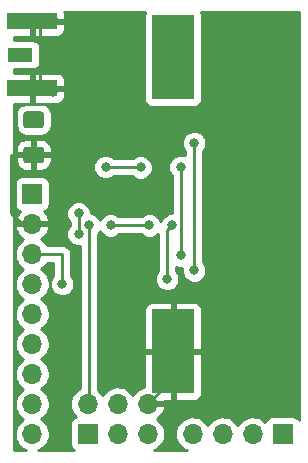
<source format=gbr>
%TF.GenerationSoftware,KiCad,Pcbnew,(5.99.0-1365-gd87daebb2)*%
%TF.CreationDate,2020-06-05T15:16:42+02:00*%
%TF.ProjectId,LORA_ATTINY_v3,4c4f5241-5f41-4545-9449-4e595f76332e,rev?*%
%TF.SameCoordinates,Original*%
%TF.FileFunction,Copper,L2,Bot*%
%TF.FilePolarity,Positive*%
%FSLAX46Y46*%
G04 Gerber Fmt 4.6, Leading zero omitted, Abs format (unit mm)*
G04 Created by KiCad (PCBNEW (5.99.0-1365-gd87daebb2)) date 2020-06-05 15:16:42*
%MOMM*%
%LPD*%
G01*
G04 APERTURE LIST*
%TA.AperFunction,ComponentPad*%
%ADD10O,1.700000X1.700000*%
%TD*%
%TA.AperFunction,ComponentPad*%
%ADD11R,1.700000X1.700000*%
%TD*%
%TA.AperFunction,SMDPad,CuDef*%
%ADD12R,3.600000X7.100000*%
%TD*%
%TA.AperFunction,ComponentPad*%
%ADD13R,2.100000X1.200000*%
%TD*%
%TA.AperFunction,SMDPad,CuDef*%
%ADD14R,4.200000X1.350000*%
%TD*%
%TA.AperFunction,ViaPad*%
%ADD15C,0.800000*%
%TD*%
%TA.AperFunction,Conductor*%
%ADD16C,0.250000*%
%TD*%
%TA.AperFunction,Conductor*%
%ADD17C,0.254000*%
%TD*%
G04 APERTURE END LIST*
D10*
%TO.P,J2,4,Pin_4*%
%TO.N,PC3*%
X104394000Y-66802000D03*
%TO.P,J2,3,Pin_3*%
%TO.N,PC2*%
X106934000Y-66802000D03*
%TO.P,J2,2,Pin_2*%
%TO.N,PC1*%
X109474000Y-66802000D03*
D11*
%TO.P,J2,1,Pin_1*%
%TO.N,PC0*%
X112014000Y-66802000D03*
%TD*%
D10*
%TO.P,J1,9,Pin_9*%
%TO.N,PB0*%
X90805000Y-66802000D03*
%TO.P,J1,8,Pin_8*%
%TO.N,PB1*%
X90805000Y-64262000D03*
%TO.P,J1,7,Pin_7*%
%TO.N,PB2*%
X90805000Y-61722000D03*
%TO.P,J1,6,Pin_6*%
%TO.N,PB3*%
X90805000Y-59182000D03*
%TO.P,J1,5,Pin_5*%
%TO.N,PB4*%
X90805000Y-56642000D03*
%TO.P,J1,4,Pin_4*%
%TO.N,PB5*%
X90805000Y-54102000D03*
%TO.P,J1,3,Pin_3*%
%TO.N,PA7*%
X90805000Y-51562000D03*
%TO.P,J1,2,Pin_2*%
%TO.N,GND*%
X90805000Y-49022000D03*
D11*
%TO.P,J1,1,Pin_1*%
%TO.N,+3V3*%
X90805000Y-46482000D03*
%TD*%
D12*
%TO.P,BAT1,1,+*%
%TO.N,+3V3*%
X102743000Y-34925000D03*
%TO.P,BAT1,2,-*%
%TO.N,GND*%
X102743000Y-59817000D03*
%TD*%
D10*
%TO.P,PRG1,6,Pin_6*%
%TO.N,GND*%
X100584000Y-64262000D03*
%TO.P,PRG1,5,Pin_5*%
%TO.N,RST*%
X100584000Y-66802000D03*
%TO.P,PRG1,4,Pin_4*%
%TO.N,MOSI*%
X98044000Y-64262000D03*
%TO.P,PRG1,3,Pin_3*%
%TO.N,SCK*%
X98044000Y-66802000D03*
%TO.P,PRG1,2,Pin_2*%
%TO.N,+3V3*%
X95504000Y-64262000D03*
D11*
%TO.P,PRG1,1,Pin_1*%
%TO.N,MISO*%
X95504000Y-66802000D03*
%TD*%
%TO.P,C1,2*%
%TO.N,GND*%
%TA.AperFunction,SMDPad,CuDef*%
G36*
G01*
X90307000Y-42467500D02*
X91557000Y-42467500D01*
G75*
G02*
X91807000Y-42717500I0J-250000D01*
G01*
X91807000Y-43642500D01*
G75*
G02*
X91557000Y-43892500I-250000J0D01*
G01*
X90307000Y-43892500D01*
G75*
G02*
X90057000Y-43642500I0J250000D01*
G01*
X90057000Y-42717500D01*
G75*
G02*
X90307000Y-42467500I250000J0D01*
G01*
G37*
%TD.AperFunction*%
%TO.P,C1,1*%
%TO.N,+3V3*%
%TA.AperFunction,SMDPad,CuDef*%
G36*
G01*
X90307000Y-39492500D02*
X91557000Y-39492500D01*
G75*
G02*
X91807000Y-39742500I0J-250000D01*
G01*
X91807000Y-40667500D01*
G75*
G02*
X91557000Y-40917500I-250000J0D01*
G01*
X90307000Y-40917500D01*
G75*
G02*
X90057000Y-40667500I0J250000D01*
G01*
X90057000Y-39742500D01*
G75*
G02*
X90307000Y-39492500I250000J0D01*
G01*
G37*
%TD.AperFunction*%
%TD*%
D13*
%TO.P,ANT1,1,A*%
%TO.N,Net-(ANT1-Pad1)*%
X89814400Y-34702000D03*
D14*
%TO.P,ANT1,2*%
%TO.N,GND*%
X90805000Y-37527000D03*
X90805000Y-31877000D03*
%TD*%
D15*
%TO.N,GND*%
X94234000Y-35433000D03*
%TO.N,DIO1*%
X97028000Y-44196000D03*
X99985999Y-44232999D03*
%TO.N,GND*%
X92583000Y-31877000D03*
X92583000Y-37846000D03*
%TO.N,+3V3*%
X102743000Y-35052000D03*
X90932000Y-40386000D03*
%TO.N,NSS*%
X94742000Y-49874000D03*
X94742000Y-48133000D03*
%TO.N,GND*%
X106807000Y-49149000D03*
X112268000Y-49149000D03*
X112649000Y-55245000D03*
X112649000Y-59182000D03*
%TO.N,+3V3*%
X95631000Y-49149000D03*
%TO.N,PA7*%
X93345000Y-54102000D03*
%TO.N,MOSI*%
X104521000Y-52959000D03*
X104521000Y-42164000D03*
%TO.N,MISO*%
X103378000Y-51689000D03*
X103378000Y-44196000D03*
%TO.N,+3V3*%
X97458000Y-49149000D03*
%TO.N,SCK*%
X102653000Y-49149000D03*
X102235000Y-53684000D03*
%TO.N,+3V3*%
X100711000Y-49149000D03*
%TD*%
D16*
%TO.N,GND*%
X94234000Y-35433000D02*
X94234000Y-35306000D01*
X94234000Y-43180000D02*
X94234000Y-35433000D01*
%TO.N,DIO1*%
X99985999Y-44232999D02*
X97064999Y-44232999D01*
X97064999Y-44232999D02*
X97028000Y-44196000D01*
X99949000Y-44196000D02*
X99985999Y-44232999D01*
%TO.N,MOSI*%
X104521000Y-52959000D02*
X104521000Y-42164000D01*
%TO.N,GND*%
X106807000Y-41783000D02*
X106807000Y-41148000D01*
X106807000Y-43053000D02*
X106807000Y-41783000D01*
X92583000Y-31877000D02*
X92837000Y-31623000D01*
X91109800Y-31877000D02*
X92583000Y-31877000D01*
X91494201Y-37142599D02*
X91109800Y-37527000D01*
X91494201Y-32261401D02*
X91494201Y-37142599D01*
X91109800Y-31877000D02*
X91494201Y-32261401D01*
X90932000Y-43180000D02*
X89027000Y-43180000D01*
X89916000Y-49022000D02*
X90805000Y-49022000D01*
X89027000Y-48133000D02*
X89916000Y-49022000D01*
X89027000Y-43180000D02*
X89027000Y-48133000D01*
X90932000Y-43180000D02*
X94234000Y-43180000D01*
%TO.N,NSS*%
X94742000Y-48133000D02*
X94742000Y-49874000D01*
%TO.N,GND*%
X106807000Y-41148000D02*
X94361000Y-41148000D01*
X106807000Y-49149000D02*
X106807000Y-43053000D01*
X112268000Y-54356000D02*
X112649000Y-54737000D01*
X112268000Y-49149000D02*
X112268000Y-54356000D01*
%TO.N,+3V3*%
X95631000Y-64135000D02*
X95504000Y-64262000D01*
X95631000Y-49149000D02*
X95631000Y-64135000D01*
%TO.N,PA7*%
X93345000Y-51562000D02*
X90805000Y-51562000D01*
X93345000Y-54102000D02*
X93345000Y-51562000D01*
%TO.N,GND*%
X102743000Y-62103000D02*
X100584000Y-64262000D01*
X102743000Y-59817000D02*
X102743000Y-62103000D01*
X102743000Y-59817000D02*
X112649000Y-59817000D01*
%TO.N,MISO*%
X103378000Y-51689000D02*
X103378000Y-44196000D01*
%TO.N,SCK*%
X102235000Y-49567000D02*
X102653000Y-49149000D01*
X102235000Y-53684000D02*
X102235000Y-49567000D01*
%TO.N,+3V3*%
X100711000Y-49149000D02*
X97458000Y-49149000D01*
%TO.N,GND*%
X112649000Y-54737000D02*
X112649000Y-59182000D01*
%TD*%
%TO.N,GND*%
G36*
X100343641Y-31145120D02*
G01*
X100336100Y-31165837D01*
X100302122Y-31358538D01*
X100301163Y-31369499D01*
X100301163Y-38483258D01*
X100303319Y-38499634D01*
X100378137Y-38778859D01*
X100390880Y-38803339D01*
X100521990Y-38959590D01*
X100538879Y-38973761D01*
X100713120Y-39074359D01*
X100733837Y-39081900D01*
X100926538Y-39115878D01*
X100937499Y-39116837D01*
X104551258Y-39116837D01*
X104567634Y-39114681D01*
X104846859Y-39039863D01*
X104871339Y-39027120D01*
X105027590Y-38896010D01*
X105041761Y-38879121D01*
X105142359Y-38704880D01*
X105149900Y-38684163D01*
X105183878Y-38491462D01*
X105184837Y-38480501D01*
X105184837Y-31366742D01*
X105182681Y-31350366D01*
X105119347Y-31114000D01*
X113412000Y-31114000D01*
X113412001Y-65618753D01*
X113285010Y-65467410D01*
X113268121Y-65453239D01*
X113093880Y-65352641D01*
X113073163Y-65345100D01*
X112880462Y-65311122D01*
X112869501Y-65310163D01*
X111155742Y-65310163D01*
X111139366Y-65312319D01*
X110860142Y-65387137D01*
X110835662Y-65399880D01*
X110679410Y-65530990D01*
X110665239Y-65547879D01*
X110564641Y-65722120D01*
X110557100Y-65742837D01*
X110551521Y-65774479D01*
X110547647Y-65770417D01*
X110367049Y-65610638D01*
X110358486Y-65604267D01*
X110153549Y-65477202D01*
X110144036Y-65472365D01*
X109920619Y-65381645D01*
X109910427Y-65378480D01*
X109674919Y-65326700D01*
X109664340Y-65325298D01*
X109423475Y-65313939D01*
X109412809Y-65314339D01*
X109173474Y-65343727D01*
X109163030Y-65345918D01*
X108932068Y-65415210D01*
X108922142Y-65419130D01*
X108706155Y-65526346D01*
X108697032Y-65531882D01*
X108502199Y-65673957D01*
X108494138Y-65680952D01*
X108326029Y-65853822D01*
X108319263Y-65862074D01*
X108203229Y-66030903D01*
X108172067Y-65974916D01*
X108166107Y-65966064D01*
X108015013Y-65778140D01*
X108007647Y-65770417D01*
X107827049Y-65610638D01*
X107818486Y-65604267D01*
X107613549Y-65477202D01*
X107604036Y-65472365D01*
X107380619Y-65381645D01*
X107370427Y-65378480D01*
X107134919Y-65326700D01*
X107124340Y-65325298D01*
X106883475Y-65313939D01*
X106872809Y-65314339D01*
X106633474Y-65343727D01*
X106623030Y-65345918D01*
X106392068Y-65415210D01*
X106382142Y-65419130D01*
X106166155Y-65526346D01*
X106157032Y-65531882D01*
X105962199Y-65673957D01*
X105954138Y-65680952D01*
X105786029Y-65853822D01*
X105779263Y-65862074D01*
X105663229Y-66030903D01*
X105632067Y-65974916D01*
X105626107Y-65966064D01*
X105475013Y-65778140D01*
X105467647Y-65770417D01*
X105287049Y-65610638D01*
X105278486Y-65604267D01*
X105073549Y-65477202D01*
X105064036Y-65472365D01*
X104840619Y-65381645D01*
X104830427Y-65378480D01*
X104594919Y-65326700D01*
X104584340Y-65325298D01*
X104343475Y-65313939D01*
X104332809Y-65314339D01*
X104093474Y-65343727D01*
X104083030Y-65345918D01*
X103852068Y-65415210D01*
X103842142Y-65419130D01*
X103626155Y-65526346D01*
X103617032Y-65531882D01*
X103422199Y-65673957D01*
X103414138Y-65680952D01*
X103246029Y-65853822D01*
X103239263Y-65862074D01*
X103102683Y-66060798D01*
X103097403Y-66070073D01*
X102996260Y-66288968D01*
X102992618Y-66299000D01*
X102929802Y-66531807D01*
X102927903Y-66542309D01*
X102905211Y-66782372D01*
X102905109Y-66793043D01*
X102923188Y-67033497D01*
X102924885Y-67044034D01*
X102983221Y-67278005D01*
X102986669Y-67288104D01*
X103083591Y-67508900D01*
X103088692Y-67518275D01*
X103221430Y-67719584D01*
X103228038Y-67727965D01*
X103392798Y-67904032D01*
X103400722Y-67911180D01*
X103592792Y-68056968D01*
X103601808Y-68062679D01*
X103815696Y-68174021D01*
X103825545Y-68178131D01*
X103893659Y-68200000D01*
X101083161Y-68200000D01*
X101228387Y-68144253D01*
X101237991Y-68139600D01*
X101445330Y-68016491D01*
X101454012Y-68010286D01*
X101637645Y-67854004D01*
X101645158Y-67846424D01*
X101799833Y-67661435D01*
X101805962Y-67652698D01*
X101927256Y-67444294D01*
X101931825Y-67434650D01*
X102016272Y-67208787D01*
X102019151Y-67198511D01*
X102064392Y-66961351D01*
X102065507Y-66950128D01*
X102068077Y-66682341D01*
X102067178Y-66671099D01*
X102026499Y-66433114D01*
X102023817Y-66422784D01*
X101943723Y-66195343D01*
X101939339Y-66185612D01*
X101822067Y-65974916D01*
X101816107Y-65966064D01*
X101665013Y-65778140D01*
X101657647Y-65770417D01*
X101477049Y-65610638D01*
X101468486Y-65604267D01*
X101351888Y-65531973D01*
X101445330Y-65476491D01*
X101454012Y-65470286D01*
X101637645Y-65314004D01*
X101645158Y-65306424D01*
X101799833Y-65121435D01*
X101805962Y-65112698D01*
X101927256Y-64904294D01*
X101931825Y-64894650D01*
X102016272Y-64668787D01*
X102019151Y-64658511D01*
X102052943Y-64481369D01*
X101977356Y-64390000D01*
X100456000Y-64389999D01*
X100456001Y-64134000D01*
X101976863Y-64134001D01*
X102052373Y-64044488D01*
X102046279Y-64008837D01*
X102541191Y-64008837D01*
X102615000Y-63935028D01*
X102870999Y-63935028D01*
X102944808Y-64008837D01*
X104551258Y-64008837D01*
X104567634Y-64006681D01*
X104846859Y-63931863D01*
X104871339Y-63919120D01*
X105027590Y-63788010D01*
X105041761Y-63771121D01*
X105142359Y-63596880D01*
X105149900Y-63576163D01*
X105183878Y-63383462D01*
X105184837Y-63372501D01*
X105184837Y-60018809D01*
X105111028Y-59945000D01*
X102944809Y-59944999D01*
X102871000Y-60018808D01*
X102870999Y-63935028D01*
X102615000Y-63935028D01*
X102615001Y-60018809D01*
X102541192Y-59945000D01*
X100374972Y-59944999D01*
X100301163Y-60018808D01*
X100301163Y-62801555D01*
X100283474Y-62803727D01*
X100273029Y-62805918D01*
X100042068Y-62875210D01*
X100032142Y-62879130D01*
X99816155Y-62986346D01*
X99807032Y-62991882D01*
X99612199Y-63133957D01*
X99604138Y-63140952D01*
X99436029Y-63313822D01*
X99429263Y-63322074D01*
X99313229Y-63490903D01*
X99282067Y-63434916D01*
X99276107Y-63426064D01*
X99125013Y-63238140D01*
X99117647Y-63230417D01*
X98937049Y-63070638D01*
X98928486Y-63064267D01*
X98723549Y-62937202D01*
X98714036Y-62932365D01*
X98490619Y-62841645D01*
X98480427Y-62838480D01*
X98244919Y-62786700D01*
X98234340Y-62785298D01*
X97993475Y-62773939D01*
X97982809Y-62774339D01*
X97743474Y-62803727D01*
X97733030Y-62805918D01*
X97502068Y-62875210D01*
X97492142Y-62879130D01*
X97276155Y-62986346D01*
X97267032Y-62991882D01*
X97072199Y-63133957D01*
X97064138Y-63140952D01*
X96896029Y-63313822D01*
X96889263Y-63322074D01*
X96773229Y-63490903D01*
X96742067Y-63434916D01*
X96736107Y-63426064D01*
X96585013Y-63238140D01*
X96577647Y-63230417D01*
X96397049Y-63070638D01*
X96392000Y-63066881D01*
X96392000Y-56261499D01*
X100301163Y-56261499D01*
X100301163Y-59615191D01*
X100374972Y-59689000D01*
X102541191Y-59689001D01*
X102615000Y-59615192D01*
X102615000Y-59615191D01*
X102870999Y-59615191D01*
X102944808Y-59689000D01*
X105111028Y-59689001D01*
X105184837Y-59615192D01*
X105184837Y-56258742D01*
X105182681Y-56242366D01*
X105107863Y-55963142D01*
X105095120Y-55938662D01*
X104964010Y-55782410D01*
X104947121Y-55768239D01*
X104772880Y-55667641D01*
X104752163Y-55660100D01*
X104559462Y-55626122D01*
X104548501Y-55625163D01*
X102944809Y-55625163D01*
X102871000Y-55698972D01*
X102870999Y-59615191D01*
X102615000Y-59615191D01*
X102615001Y-55698972D01*
X102541192Y-55625163D01*
X100934742Y-55625163D01*
X100918366Y-55627319D01*
X100639142Y-55702137D01*
X100614662Y-55714880D01*
X100458410Y-55845990D01*
X100444239Y-55862879D01*
X100343641Y-56037120D01*
X100336100Y-56057837D01*
X100302122Y-56250538D01*
X100301163Y-56261499D01*
X96392000Y-56261499D01*
X96392000Y-49853124D01*
X96454116Y-49791009D01*
X96464171Y-49777905D01*
X96544500Y-49638771D01*
X96624829Y-49777905D01*
X96634884Y-49791009D01*
X96815991Y-49972116D01*
X96829095Y-49982171D01*
X97050905Y-50110233D01*
X97066165Y-50116554D01*
X97313562Y-50182844D01*
X97329938Y-50185000D01*
X97586062Y-50185000D01*
X97602438Y-50182844D01*
X97849835Y-50116554D01*
X97865095Y-50110233D01*
X98086905Y-49982171D01*
X98100009Y-49972116D01*
X98162124Y-49910000D01*
X100006876Y-49910000D01*
X100068991Y-49972116D01*
X100082095Y-49982171D01*
X100303905Y-50110233D01*
X100319165Y-50116554D01*
X100566562Y-50182844D01*
X100582938Y-50185000D01*
X100839062Y-50185000D01*
X100855438Y-50182844D01*
X101102835Y-50116554D01*
X101118095Y-50110233D01*
X101339905Y-49982171D01*
X101353009Y-49972116D01*
X101474001Y-49851124D01*
X101474000Y-52979876D01*
X101411884Y-53041991D01*
X101401829Y-53055095D01*
X101273767Y-53276905D01*
X101267446Y-53292165D01*
X101201156Y-53539562D01*
X101199000Y-53555938D01*
X101199000Y-53812062D01*
X101201156Y-53828438D01*
X101267446Y-54075835D01*
X101273767Y-54091095D01*
X101401829Y-54312905D01*
X101411884Y-54326009D01*
X101592991Y-54507116D01*
X101606095Y-54517171D01*
X101827905Y-54645233D01*
X101843165Y-54651554D01*
X102090562Y-54717844D01*
X102106938Y-54720000D01*
X102363062Y-54720000D01*
X102379438Y-54717844D01*
X102626835Y-54651554D01*
X102642095Y-54645233D01*
X102863905Y-54517171D01*
X102877009Y-54507116D01*
X103058116Y-54326009D01*
X103068171Y-54312905D01*
X103196233Y-54091095D01*
X103202554Y-54075835D01*
X103268844Y-53828438D01*
X103271000Y-53812062D01*
X103271000Y-53555938D01*
X103268844Y-53539562D01*
X103202554Y-53292165D01*
X103196233Y-53276905D01*
X103068171Y-53055095D01*
X103058116Y-53041991D01*
X102996000Y-52979876D01*
X102996000Y-52659189D01*
X103233562Y-52722844D01*
X103249938Y-52725000D01*
X103506063Y-52725000D01*
X103511340Y-52724305D01*
X103487156Y-52814562D01*
X103485000Y-52830938D01*
X103485000Y-53087062D01*
X103487156Y-53103438D01*
X103553446Y-53350835D01*
X103559767Y-53366095D01*
X103687829Y-53587905D01*
X103697884Y-53601009D01*
X103878991Y-53782116D01*
X103892095Y-53792171D01*
X104113905Y-53920233D01*
X104129165Y-53926554D01*
X104376562Y-53992844D01*
X104392938Y-53995000D01*
X104649062Y-53995000D01*
X104665438Y-53992844D01*
X104912835Y-53926554D01*
X104928095Y-53920233D01*
X105149905Y-53792171D01*
X105163009Y-53782116D01*
X105344116Y-53601009D01*
X105354171Y-53587905D01*
X105482233Y-53366095D01*
X105488554Y-53350835D01*
X105554844Y-53103438D01*
X105557000Y-53087062D01*
X105557000Y-52830938D01*
X105554844Y-52814562D01*
X105488554Y-52567165D01*
X105482233Y-52551905D01*
X105354171Y-52330095D01*
X105344116Y-52316991D01*
X105282000Y-52254876D01*
X105282000Y-42868124D01*
X105344116Y-42806009D01*
X105354171Y-42792905D01*
X105482233Y-42571095D01*
X105488554Y-42555835D01*
X105554844Y-42308438D01*
X105557000Y-42292062D01*
X105557000Y-42035938D01*
X105554844Y-42019562D01*
X105488554Y-41772165D01*
X105482233Y-41756905D01*
X105354171Y-41535095D01*
X105344116Y-41521991D01*
X105163009Y-41340884D01*
X105149905Y-41330829D01*
X104928095Y-41202767D01*
X104912835Y-41196446D01*
X104665438Y-41130156D01*
X104649062Y-41128000D01*
X104392938Y-41128000D01*
X104376562Y-41130156D01*
X104129165Y-41196446D01*
X104113905Y-41202767D01*
X103892095Y-41330829D01*
X103878991Y-41340884D01*
X103697884Y-41521991D01*
X103687829Y-41535095D01*
X103559767Y-41756905D01*
X103553446Y-41772165D01*
X103487156Y-42019562D01*
X103485000Y-42035938D01*
X103485000Y-42292062D01*
X103487156Y-42308438D01*
X103553446Y-42555835D01*
X103559767Y-42571095D01*
X103687829Y-42792905D01*
X103697884Y-42806009D01*
X103760001Y-42868125D01*
X103760001Y-43225811D01*
X103522438Y-43162156D01*
X103506062Y-43160000D01*
X103249938Y-43160000D01*
X103233562Y-43162156D01*
X102986165Y-43228446D01*
X102970905Y-43234767D01*
X102749095Y-43362829D01*
X102735991Y-43372884D01*
X102554884Y-43553991D01*
X102544829Y-43567095D01*
X102416767Y-43788905D01*
X102410446Y-43804165D01*
X102344156Y-44051562D01*
X102342000Y-44067938D01*
X102342000Y-44324062D01*
X102344156Y-44340438D01*
X102410446Y-44587835D01*
X102416767Y-44603095D01*
X102544829Y-44824905D01*
X102554884Y-44838009D01*
X102617001Y-44900125D01*
X102617000Y-48113000D01*
X102524938Y-48113000D01*
X102508562Y-48115156D01*
X102261165Y-48181446D01*
X102245905Y-48187767D01*
X102024095Y-48315829D01*
X102010991Y-48325884D01*
X101829884Y-48506991D01*
X101819829Y-48520095D01*
X101691767Y-48741905D01*
X101685446Y-48757165D01*
X101682000Y-48770026D01*
X101678554Y-48757165D01*
X101672233Y-48741905D01*
X101544171Y-48520095D01*
X101534116Y-48506991D01*
X101353009Y-48325884D01*
X101339905Y-48315829D01*
X101118095Y-48187767D01*
X101102835Y-48181446D01*
X100855438Y-48115156D01*
X100839062Y-48113000D01*
X100582938Y-48113000D01*
X100566562Y-48115156D01*
X100319165Y-48181446D01*
X100303905Y-48187767D01*
X100082095Y-48315829D01*
X100068991Y-48325884D01*
X100006876Y-48388000D01*
X98162124Y-48388000D01*
X98100009Y-48325884D01*
X98086905Y-48315829D01*
X97865095Y-48187767D01*
X97849835Y-48181446D01*
X97602438Y-48115156D01*
X97586062Y-48113000D01*
X97329938Y-48113000D01*
X97313562Y-48115156D01*
X97066165Y-48181446D01*
X97050905Y-48187767D01*
X96829095Y-48315829D01*
X96815991Y-48325884D01*
X96634884Y-48506991D01*
X96624829Y-48520095D01*
X96544500Y-48659229D01*
X96464171Y-48520095D01*
X96454116Y-48506991D01*
X96273009Y-48325884D01*
X96259905Y-48315829D01*
X96038095Y-48187767D01*
X96022835Y-48181446D01*
X95778000Y-48115842D01*
X95778000Y-48004938D01*
X95775844Y-47988562D01*
X95709554Y-47741165D01*
X95703233Y-47725905D01*
X95575171Y-47504095D01*
X95565116Y-47490991D01*
X95384009Y-47309884D01*
X95370905Y-47299829D01*
X95149095Y-47171767D01*
X95133835Y-47165446D01*
X94886438Y-47099156D01*
X94870062Y-47097000D01*
X94613938Y-47097000D01*
X94597562Y-47099156D01*
X94350165Y-47165446D01*
X94334905Y-47171767D01*
X94113095Y-47299829D01*
X94099991Y-47309884D01*
X93918884Y-47490991D01*
X93908829Y-47504095D01*
X93780767Y-47725905D01*
X93774446Y-47741165D01*
X93708156Y-47988562D01*
X93706000Y-48004938D01*
X93706000Y-48261062D01*
X93708156Y-48277438D01*
X93774446Y-48524835D01*
X93780767Y-48540095D01*
X93908829Y-48761905D01*
X93918884Y-48775009D01*
X93981000Y-48837124D01*
X93981001Y-49169875D01*
X93918884Y-49231991D01*
X93908829Y-49245095D01*
X93780767Y-49466905D01*
X93774446Y-49482165D01*
X93708156Y-49729562D01*
X93706000Y-49745938D01*
X93706000Y-50002062D01*
X93708156Y-50018438D01*
X93774446Y-50265835D01*
X93780767Y-50281095D01*
X93908829Y-50502905D01*
X93918884Y-50516009D01*
X94099991Y-50697116D01*
X94113095Y-50707171D01*
X94334905Y-50835233D01*
X94350165Y-50841554D01*
X94597562Y-50907844D01*
X94613938Y-50910000D01*
X94870000Y-50910000D01*
X94870001Y-62919904D01*
X94736155Y-62986346D01*
X94727032Y-62991882D01*
X94532199Y-63133957D01*
X94524138Y-63140952D01*
X94356029Y-63313822D01*
X94349263Y-63322074D01*
X94212683Y-63520798D01*
X94207403Y-63530073D01*
X94106260Y-63748968D01*
X94102618Y-63759000D01*
X94039802Y-63991807D01*
X94037903Y-64002309D01*
X94015211Y-64242372D01*
X94015109Y-64253043D01*
X94033188Y-64493497D01*
X94034885Y-64504034D01*
X94093221Y-64738005D01*
X94096669Y-64748104D01*
X94193591Y-64968900D01*
X94198692Y-64978275D01*
X94331430Y-65179584D01*
X94338038Y-65187965D01*
X94489481Y-65349801D01*
X94350142Y-65387137D01*
X94325662Y-65399880D01*
X94169410Y-65530990D01*
X94155239Y-65547879D01*
X94054641Y-65722120D01*
X94047100Y-65742837D01*
X94013122Y-65935538D01*
X94012163Y-65946499D01*
X94012163Y-67660258D01*
X94014319Y-67676634D01*
X94089137Y-67955859D01*
X94101880Y-67980339D01*
X94232990Y-68136590D01*
X94249879Y-68150761D01*
X94335164Y-68200000D01*
X91304161Y-68200000D01*
X91449387Y-68144253D01*
X91458991Y-68139600D01*
X91666330Y-68016491D01*
X91675012Y-68010286D01*
X91858645Y-67854004D01*
X91866158Y-67846424D01*
X92020833Y-67661435D01*
X92026962Y-67652698D01*
X92148256Y-67444294D01*
X92152825Y-67434650D01*
X92237272Y-67208787D01*
X92240151Y-67198511D01*
X92285392Y-66961351D01*
X92286507Y-66950128D01*
X92289077Y-66682341D01*
X92288178Y-66671099D01*
X92247499Y-66433114D01*
X92244817Y-66422784D01*
X92164723Y-66195343D01*
X92160339Y-66185612D01*
X92043067Y-65974916D01*
X92037107Y-65966064D01*
X91886013Y-65778140D01*
X91878647Y-65770417D01*
X91698049Y-65610638D01*
X91689486Y-65604267D01*
X91572888Y-65531973D01*
X91666330Y-65476491D01*
X91675012Y-65470286D01*
X91858645Y-65314004D01*
X91866158Y-65306424D01*
X92020833Y-65121435D01*
X92026962Y-65112698D01*
X92148256Y-64904294D01*
X92152825Y-64894650D01*
X92237272Y-64668787D01*
X92240151Y-64658511D01*
X92285392Y-64421351D01*
X92286507Y-64410128D01*
X92289077Y-64142341D01*
X92288178Y-64131099D01*
X92247499Y-63893114D01*
X92244817Y-63882784D01*
X92164723Y-63655343D01*
X92160339Y-63645612D01*
X92043067Y-63434916D01*
X92037107Y-63426064D01*
X91886013Y-63238140D01*
X91878647Y-63230417D01*
X91698049Y-63070638D01*
X91689486Y-63064267D01*
X91572888Y-62991973D01*
X91666330Y-62936491D01*
X91675012Y-62930286D01*
X91858645Y-62774004D01*
X91866158Y-62766424D01*
X92020833Y-62581435D01*
X92026962Y-62572698D01*
X92148256Y-62364294D01*
X92152825Y-62354650D01*
X92237272Y-62128787D01*
X92240151Y-62118511D01*
X92285392Y-61881351D01*
X92286507Y-61870128D01*
X92289077Y-61602341D01*
X92288178Y-61591099D01*
X92247499Y-61353114D01*
X92244817Y-61342784D01*
X92164723Y-61115343D01*
X92160339Y-61105612D01*
X92043067Y-60894916D01*
X92037107Y-60886064D01*
X91886013Y-60698140D01*
X91878647Y-60690417D01*
X91698049Y-60530638D01*
X91689486Y-60524267D01*
X91572888Y-60451973D01*
X91666330Y-60396491D01*
X91675012Y-60390286D01*
X91858645Y-60234004D01*
X91866158Y-60226424D01*
X92020833Y-60041435D01*
X92026962Y-60032698D01*
X92148256Y-59824294D01*
X92152825Y-59814650D01*
X92237272Y-59588787D01*
X92240151Y-59578511D01*
X92285392Y-59341351D01*
X92286507Y-59330128D01*
X92289077Y-59062341D01*
X92288178Y-59051099D01*
X92247499Y-58813114D01*
X92244817Y-58802784D01*
X92164723Y-58575343D01*
X92160339Y-58565612D01*
X92043067Y-58354916D01*
X92037107Y-58346064D01*
X91886013Y-58158140D01*
X91878647Y-58150417D01*
X91698049Y-57990638D01*
X91689486Y-57984267D01*
X91572888Y-57911973D01*
X91666330Y-57856491D01*
X91675012Y-57850286D01*
X91858645Y-57694004D01*
X91866158Y-57686424D01*
X92020833Y-57501435D01*
X92026962Y-57492698D01*
X92148256Y-57284294D01*
X92152825Y-57274650D01*
X92237272Y-57048787D01*
X92240151Y-57038511D01*
X92285392Y-56801351D01*
X92286507Y-56790128D01*
X92289077Y-56522341D01*
X92288178Y-56511099D01*
X92247499Y-56273114D01*
X92244817Y-56262784D01*
X92164723Y-56035343D01*
X92160339Y-56025612D01*
X92043067Y-55814916D01*
X92037107Y-55806064D01*
X91886013Y-55618140D01*
X91878647Y-55610417D01*
X91698049Y-55450638D01*
X91689486Y-55444267D01*
X91572888Y-55371973D01*
X91666330Y-55316491D01*
X91675012Y-55310286D01*
X91858645Y-55154004D01*
X91866158Y-55146424D01*
X92020833Y-54961435D01*
X92026962Y-54952698D01*
X92148256Y-54744294D01*
X92152825Y-54734650D01*
X92237272Y-54508787D01*
X92240151Y-54498511D01*
X92285392Y-54261351D01*
X92286507Y-54250128D01*
X92289077Y-53982341D01*
X92288178Y-53971099D01*
X92247499Y-53733114D01*
X92244817Y-53722784D01*
X92164723Y-53495343D01*
X92160339Y-53485612D01*
X92043067Y-53274916D01*
X92037107Y-53266064D01*
X91886013Y-53078140D01*
X91878647Y-53070417D01*
X91698049Y-52910638D01*
X91689486Y-52904267D01*
X91572888Y-52831973D01*
X91666330Y-52776491D01*
X91675012Y-52770286D01*
X91858645Y-52614004D01*
X91866158Y-52606424D01*
X92020833Y-52421435D01*
X92026961Y-52412698D01*
X92079167Y-52323000D01*
X92584001Y-52323000D01*
X92584000Y-53397876D01*
X92521884Y-53459991D01*
X92511829Y-53473095D01*
X92383767Y-53694905D01*
X92377446Y-53710165D01*
X92311156Y-53957562D01*
X92309000Y-53973938D01*
X92309000Y-54230062D01*
X92311156Y-54246438D01*
X92377446Y-54493835D01*
X92383767Y-54509095D01*
X92511829Y-54730905D01*
X92521884Y-54744009D01*
X92702991Y-54925116D01*
X92716095Y-54935171D01*
X92937905Y-55063233D01*
X92953165Y-55069554D01*
X93200562Y-55135844D01*
X93216938Y-55138000D01*
X93473062Y-55138000D01*
X93489438Y-55135844D01*
X93736835Y-55069554D01*
X93752095Y-55063233D01*
X93973905Y-54935171D01*
X93987009Y-54925116D01*
X94168116Y-54744009D01*
X94178171Y-54730905D01*
X94306233Y-54509095D01*
X94312554Y-54493835D01*
X94378844Y-54246438D01*
X94381000Y-54230062D01*
X94381000Y-53973938D01*
X94378844Y-53957562D01*
X94312554Y-53710165D01*
X94306233Y-53694905D01*
X94178171Y-53473095D01*
X94168116Y-53459991D01*
X94106000Y-53397876D01*
X94106000Y-51621891D01*
X94113915Y-51571916D01*
X94113915Y-51552084D01*
X94079347Y-51333823D01*
X94073218Y-51314961D01*
X93972894Y-51118065D01*
X93961236Y-51102020D01*
X93804980Y-50945764D01*
X93788935Y-50934106D01*
X93592039Y-50833782D01*
X93573177Y-50827653D01*
X93414684Y-50802551D01*
X93354916Y-50793085D01*
X93335084Y-50793085D01*
X93285109Y-50801000D01*
X92079849Y-50801000D01*
X92043067Y-50734916D01*
X92037107Y-50726064D01*
X91886013Y-50538140D01*
X91878647Y-50530417D01*
X91698049Y-50370638D01*
X91689486Y-50364267D01*
X91572888Y-50291973D01*
X91666330Y-50236491D01*
X91675012Y-50230286D01*
X91858645Y-50074004D01*
X91866158Y-50066424D01*
X92020833Y-49881435D01*
X92026962Y-49872698D01*
X92148256Y-49664294D01*
X92152825Y-49654650D01*
X92237272Y-49428787D01*
X92240151Y-49418511D01*
X92273943Y-49241369D01*
X92198356Y-49150000D01*
X89407272Y-49150000D01*
X89331602Y-49246853D01*
X89394221Y-49498005D01*
X89397669Y-49508104D01*
X89494591Y-49728900D01*
X89499692Y-49738275D01*
X89632430Y-49939584D01*
X89639038Y-49947965D01*
X89803798Y-50124032D01*
X89811722Y-50131180D01*
X90003792Y-50276968D01*
X90012808Y-50282679D01*
X90029166Y-50291194D01*
X90028032Y-50291882D01*
X89833199Y-50433957D01*
X89825138Y-50440952D01*
X89657029Y-50613822D01*
X89650263Y-50622074D01*
X89513683Y-50820798D01*
X89508403Y-50830073D01*
X89407260Y-51048968D01*
X89403618Y-51059000D01*
X89340802Y-51291807D01*
X89338903Y-51302309D01*
X89316211Y-51542372D01*
X89316109Y-51553043D01*
X89334188Y-51793497D01*
X89335885Y-51804034D01*
X89394221Y-52038005D01*
X89397669Y-52048104D01*
X89494591Y-52268900D01*
X89499692Y-52278275D01*
X89632430Y-52479584D01*
X89639038Y-52487965D01*
X89803798Y-52664032D01*
X89811722Y-52671180D01*
X90003792Y-52816968D01*
X90012808Y-52822679D01*
X90029166Y-52831194D01*
X90028032Y-52831882D01*
X89833199Y-52973957D01*
X89825138Y-52980952D01*
X89657029Y-53153822D01*
X89650263Y-53162074D01*
X89513683Y-53360798D01*
X89508403Y-53370073D01*
X89407260Y-53588968D01*
X89403618Y-53599000D01*
X89340802Y-53831807D01*
X89338903Y-53842309D01*
X89316211Y-54082372D01*
X89316109Y-54093043D01*
X89334188Y-54333497D01*
X89335885Y-54344034D01*
X89394221Y-54578005D01*
X89397669Y-54588104D01*
X89494591Y-54808900D01*
X89499692Y-54818275D01*
X89632430Y-55019584D01*
X89639038Y-55027965D01*
X89803798Y-55204032D01*
X89811722Y-55211180D01*
X90003792Y-55356968D01*
X90012808Y-55362679D01*
X90029166Y-55371194D01*
X90028032Y-55371882D01*
X89833199Y-55513957D01*
X89825138Y-55520952D01*
X89657029Y-55693822D01*
X89650263Y-55702074D01*
X89513683Y-55900798D01*
X89508403Y-55910073D01*
X89407260Y-56128968D01*
X89403618Y-56139000D01*
X89340802Y-56371807D01*
X89338903Y-56382309D01*
X89316211Y-56622372D01*
X89316109Y-56633043D01*
X89334188Y-56873497D01*
X89335885Y-56884034D01*
X89394221Y-57118005D01*
X89397669Y-57128104D01*
X89494591Y-57348900D01*
X89499692Y-57358275D01*
X89632430Y-57559584D01*
X89639038Y-57567965D01*
X89803798Y-57744032D01*
X89811722Y-57751180D01*
X90003792Y-57896968D01*
X90012808Y-57902679D01*
X90029166Y-57911194D01*
X90028032Y-57911882D01*
X89833199Y-58053957D01*
X89825138Y-58060952D01*
X89657029Y-58233822D01*
X89650263Y-58242074D01*
X89513683Y-58440798D01*
X89508403Y-58450073D01*
X89407260Y-58668968D01*
X89403618Y-58679000D01*
X89340802Y-58911807D01*
X89338903Y-58922309D01*
X89316211Y-59162372D01*
X89316109Y-59173043D01*
X89334188Y-59413497D01*
X89335885Y-59424034D01*
X89394221Y-59658005D01*
X89397669Y-59668104D01*
X89494591Y-59888900D01*
X89499692Y-59898275D01*
X89632430Y-60099584D01*
X89639038Y-60107965D01*
X89803798Y-60284032D01*
X89811722Y-60291180D01*
X90003792Y-60436968D01*
X90012808Y-60442679D01*
X90029166Y-60451194D01*
X90028032Y-60451882D01*
X89833199Y-60593957D01*
X89825138Y-60600952D01*
X89657029Y-60773822D01*
X89650263Y-60782074D01*
X89513683Y-60980798D01*
X89508403Y-60990073D01*
X89407260Y-61208968D01*
X89403618Y-61219000D01*
X89340802Y-61451807D01*
X89338903Y-61462309D01*
X89316211Y-61702372D01*
X89316109Y-61713043D01*
X89334188Y-61953497D01*
X89335885Y-61964034D01*
X89394221Y-62198005D01*
X89397669Y-62208104D01*
X89494591Y-62428900D01*
X89499692Y-62438275D01*
X89632430Y-62639584D01*
X89639038Y-62647965D01*
X89803798Y-62824032D01*
X89811722Y-62831180D01*
X90003792Y-62976968D01*
X90012808Y-62982679D01*
X90029166Y-62991194D01*
X90028032Y-62991882D01*
X89833199Y-63133957D01*
X89825138Y-63140952D01*
X89657029Y-63313822D01*
X89650263Y-63322074D01*
X89513683Y-63520798D01*
X89508403Y-63530073D01*
X89407260Y-63748968D01*
X89403618Y-63759000D01*
X89340802Y-63991807D01*
X89338903Y-64002309D01*
X89316211Y-64242372D01*
X89316109Y-64253043D01*
X89334188Y-64493497D01*
X89335885Y-64504034D01*
X89394221Y-64738005D01*
X89397669Y-64748104D01*
X89494591Y-64968900D01*
X89499692Y-64978275D01*
X89632430Y-65179584D01*
X89639038Y-65187965D01*
X89803798Y-65364032D01*
X89811722Y-65371180D01*
X90003792Y-65516968D01*
X90012808Y-65522679D01*
X90029166Y-65531194D01*
X90028032Y-65531882D01*
X89833199Y-65673957D01*
X89825138Y-65680952D01*
X89657029Y-65853822D01*
X89650263Y-65862074D01*
X89513683Y-66060798D01*
X89508403Y-66070073D01*
X89407260Y-66288968D01*
X89403618Y-66299000D01*
X89340802Y-66531807D01*
X89338903Y-66542309D01*
X89316211Y-66782372D01*
X89316109Y-66793043D01*
X89334188Y-67033497D01*
X89335885Y-67044034D01*
X89394221Y-67278005D01*
X89397669Y-67288104D01*
X89494591Y-67508900D01*
X89499692Y-67518275D01*
X89632430Y-67719584D01*
X89639038Y-67727965D01*
X89803798Y-67904032D01*
X89811722Y-67911180D01*
X90003792Y-68056968D01*
X90012808Y-68062679D01*
X90226696Y-68174021D01*
X90236545Y-68178131D01*
X90304659Y-68200000D01*
X89280000Y-68200000D01*
X89280000Y-45626499D01*
X89313163Y-45626499D01*
X89313163Y-47340258D01*
X89315319Y-47356634D01*
X89390137Y-47635859D01*
X89402880Y-47660339D01*
X89533990Y-47816590D01*
X89550879Y-47830761D01*
X89725120Y-47931359D01*
X89745837Y-47938900D01*
X89782029Y-47945282D01*
X89657029Y-48073822D01*
X89650263Y-48082074D01*
X89513683Y-48280798D01*
X89508403Y-48290073D01*
X89407260Y-48508968D01*
X89403619Y-48519000D01*
X89329085Y-48795233D01*
X89404734Y-48894000D01*
X92197863Y-48894000D01*
X92273373Y-48804487D01*
X92247499Y-48653114D01*
X92244817Y-48642784D01*
X92164723Y-48415343D01*
X92160339Y-48405612D01*
X92043067Y-48194916D01*
X92037107Y-48186064D01*
X91886013Y-47998140D01*
X91878647Y-47990417D01*
X91816130Y-47935107D01*
X91958859Y-47896863D01*
X91983339Y-47884120D01*
X92139590Y-47753010D01*
X92153761Y-47736121D01*
X92254359Y-47561880D01*
X92261900Y-47541163D01*
X92295878Y-47348462D01*
X92296837Y-47337501D01*
X92296837Y-45623742D01*
X92294681Y-45607366D01*
X92219863Y-45328142D01*
X92207120Y-45303662D01*
X92076010Y-45147410D01*
X92059121Y-45133239D01*
X91884880Y-45032641D01*
X91864163Y-45025100D01*
X91671462Y-44991122D01*
X91660501Y-44990163D01*
X89946742Y-44990163D01*
X89930366Y-44992319D01*
X89651142Y-45067137D01*
X89626662Y-45079880D01*
X89470410Y-45210990D01*
X89456239Y-45227879D01*
X89355641Y-45402120D01*
X89348100Y-45422837D01*
X89314122Y-45615538D01*
X89313163Y-45626499D01*
X89280000Y-45626499D01*
X89280000Y-43381808D01*
X89417776Y-43381808D01*
X89417776Y-43646683D01*
X89419220Y-43660113D01*
X89492255Y-43995853D01*
X89500885Y-44016687D01*
X89629696Y-44217120D01*
X89641499Y-44230741D01*
X89819849Y-44385283D01*
X89835011Y-44395027D01*
X90049677Y-44493061D01*
X90066970Y-44498139D01*
X90296094Y-44531082D01*
X90305071Y-44531724D01*
X90730191Y-44531724D01*
X90804000Y-44457915D01*
X91059999Y-44457915D01*
X91133808Y-44531724D01*
X91561183Y-44531724D01*
X91574613Y-44530280D01*
X91910353Y-44457245D01*
X91931187Y-44448615D01*
X92131620Y-44319804D01*
X92145241Y-44308001D01*
X92299783Y-44129651D01*
X92309527Y-44114489D01*
X92330785Y-44067938D01*
X95992000Y-44067938D01*
X95992000Y-44324062D01*
X95994156Y-44340438D01*
X96060446Y-44587835D01*
X96066767Y-44603095D01*
X96194829Y-44824905D01*
X96204884Y-44838009D01*
X96385991Y-45019116D01*
X96399095Y-45029171D01*
X96620905Y-45157233D01*
X96636165Y-45163554D01*
X96883562Y-45229844D01*
X96899938Y-45232000D01*
X97156062Y-45232000D01*
X97172438Y-45229844D01*
X97419835Y-45163554D01*
X97435095Y-45157233D01*
X97656905Y-45029171D01*
X97670009Y-45019116D01*
X97695126Y-44993999D01*
X99281875Y-44993999D01*
X99343990Y-45056115D01*
X99357094Y-45066170D01*
X99578904Y-45194232D01*
X99594164Y-45200553D01*
X99841561Y-45266843D01*
X99857937Y-45268999D01*
X100114061Y-45268999D01*
X100130437Y-45266843D01*
X100377834Y-45200553D01*
X100393094Y-45194232D01*
X100614904Y-45066170D01*
X100628008Y-45056115D01*
X100809115Y-44875008D01*
X100819170Y-44861904D01*
X100947232Y-44640094D01*
X100953553Y-44624834D01*
X101019843Y-44377437D01*
X101021999Y-44361061D01*
X101021999Y-44104937D01*
X101019843Y-44088561D01*
X100953553Y-43841164D01*
X100947232Y-43825904D01*
X100819170Y-43604094D01*
X100809115Y-43590990D01*
X100628008Y-43409883D01*
X100614904Y-43399828D01*
X100393094Y-43271766D01*
X100377834Y-43265445D01*
X100130437Y-43199155D01*
X100114061Y-43196999D01*
X99857937Y-43196999D01*
X99841561Y-43199155D01*
X99594164Y-43265445D01*
X99578904Y-43271766D01*
X99357094Y-43399828D01*
X99343990Y-43409883D01*
X99281875Y-43471999D01*
X97769123Y-43471999D01*
X97670009Y-43372884D01*
X97656905Y-43362829D01*
X97435095Y-43234767D01*
X97419835Y-43228446D01*
X97172438Y-43162156D01*
X97156062Y-43160000D01*
X96899938Y-43160000D01*
X96883562Y-43162156D01*
X96636165Y-43228446D01*
X96620905Y-43234767D01*
X96399095Y-43362829D01*
X96385991Y-43372884D01*
X96204884Y-43553991D01*
X96194829Y-43567095D01*
X96066767Y-43788905D01*
X96060446Y-43804165D01*
X95994156Y-44051562D01*
X95992000Y-44067938D01*
X92330785Y-44067938D01*
X92407561Y-43899823D01*
X92412639Y-43882530D01*
X92445582Y-43653406D01*
X92446224Y-43644429D01*
X92446224Y-43381809D01*
X92372415Y-43308000D01*
X91133809Y-43307999D01*
X91060000Y-43381808D01*
X91059999Y-44457915D01*
X90804000Y-44457915D01*
X90804001Y-43381809D01*
X90730192Y-43308000D01*
X89491585Y-43307999D01*
X89417776Y-43381808D01*
X89280000Y-43381808D01*
X89280000Y-42715571D01*
X89417776Y-42715571D01*
X89417776Y-42978191D01*
X89491585Y-43052000D01*
X90730191Y-43052001D01*
X90804000Y-42978192D01*
X90804000Y-42978191D01*
X91059999Y-42978191D01*
X91133808Y-43052000D01*
X92372415Y-43052001D01*
X92446224Y-42978192D01*
X92446224Y-42713317D01*
X92444780Y-42699887D01*
X92371745Y-42364147D01*
X92363115Y-42343313D01*
X92234304Y-42142880D01*
X92222501Y-42129259D01*
X92044151Y-41974717D01*
X92028989Y-41964973D01*
X91814323Y-41866939D01*
X91797030Y-41861861D01*
X91567906Y-41828918D01*
X91558929Y-41828276D01*
X91133809Y-41828276D01*
X91060000Y-41902085D01*
X91059999Y-42978191D01*
X90804000Y-42978191D01*
X90804001Y-41902085D01*
X90730192Y-41828276D01*
X90302817Y-41828276D01*
X90289387Y-41829720D01*
X89953647Y-41902755D01*
X89932813Y-41911385D01*
X89732380Y-42040196D01*
X89718759Y-42051999D01*
X89564217Y-42230349D01*
X89554473Y-42245511D01*
X89456439Y-42460177D01*
X89451361Y-42477470D01*
X89418418Y-42706594D01*
X89417776Y-42715571D01*
X89280000Y-42715571D01*
X89280000Y-39740571D01*
X89417776Y-39740571D01*
X89417776Y-40671683D01*
X89419220Y-40685113D01*
X89492255Y-41020853D01*
X89500885Y-41041687D01*
X89629696Y-41242120D01*
X89641499Y-41255741D01*
X89819849Y-41410283D01*
X89835011Y-41420027D01*
X90049677Y-41518061D01*
X90066970Y-41523139D01*
X90296094Y-41556082D01*
X90305071Y-41556724D01*
X91561183Y-41556724D01*
X91574613Y-41555280D01*
X91910353Y-41482245D01*
X91931187Y-41473615D01*
X92131620Y-41344804D01*
X92145241Y-41333001D01*
X92299783Y-41154651D01*
X92309527Y-41139489D01*
X92407561Y-40924823D01*
X92412639Y-40907530D01*
X92445582Y-40678406D01*
X92446224Y-40669429D01*
X92446224Y-39738317D01*
X92444780Y-39724887D01*
X92371745Y-39389147D01*
X92363115Y-39368313D01*
X92234304Y-39167880D01*
X92222501Y-39154259D01*
X92044151Y-38999717D01*
X92028989Y-38989973D01*
X91814323Y-38891939D01*
X91797030Y-38886861D01*
X91567906Y-38853918D01*
X91558929Y-38853276D01*
X90302817Y-38853276D01*
X90289387Y-38854720D01*
X89953647Y-38927755D01*
X89932813Y-38936385D01*
X89732380Y-39065196D01*
X89718759Y-39076999D01*
X89564217Y-39255349D01*
X89554473Y-39270511D01*
X89456439Y-39485177D01*
X89451361Y-39502470D01*
X89418418Y-39731594D01*
X89417776Y-39740571D01*
X89280000Y-39740571D01*
X89280000Y-38843837D01*
X90603191Y-38843837D01*
X90677000Y-38770028D01*
X90932999Y-38770028D01*
X91006808Y-38843837D01*
X92913258Y-38843837D01*
X92929634Y-38841681D01*
X93208859Y-38766863D01*
X93233339Y-38754120D01*
X93389590Y-38623010D01*
X93403761Y-38606121D01*
X93504359Y-38431880D01*
X93511900Y-38411163D01*
X93545878Y-38218462D01*
X93546837Y-38207501D01*
X93546837Y-37728809D01*
X93473028Y-37655000D01*
X91006809Y-37654999D01*
X90933000Y-37728808D01*
X90932999Y-38770028D01*
X90677000Y-38770028D01*
X90677001Y-37728808D01*
X90677000Y-37728807D01*
X90677000Y-37325191D01*
X90932999Y-37325191D01*
X91006808Y-37399000D01*
X93473028Y-37399001D01*
X93546837Y-37325192D01*
X93546837Y-36843742D01*
X93544681Y-36827366D01*
X93469863Y-36548142D01*
X93457120Y-36523662D01*
X93326010Y-36367410D01*
X93309121Y-36353239D01*
X93134880Y-36252641D01*
X93114163Y-36245100D01*
X92921462Y-36211122D01*
X92910501Y-36210163D01*
X91006809Y-36210163D01*
X90933000Y-36283972D01*
X90932999Y-37325191D01*
X90677000Y-37325191D01*
X90677001Y-36283972D01*
X90603192Y-36210163D01*
X89280000Y-36210163D01*
X89280000Y-35943837D01*
X90872658Y-35943837D01*
X90889034Y-35941681D01*
X91168259Y-35866863D01*
X91192739Y-35854120D01*
X91348990Y-35723010D01*
X91363161Y-35706121D01*
X91463759Y-35531880D01*
X91471300Y-35511163D01*
X91505278Y-35318462D01*
X91506237Y-35307501D01*
X91506237Y-34093742D01*
X91504081Y-34077366D01*
X91429263Y-33798142D01*
X91416520Y-33773662D01*
X91285410Y-33617410D01*
X91268521Y-33603239D01*
X91094280Y-33502641D01*
X91073563Y-33495100D01*
X90880862Y-33461122D01*
X90869901Y-33460163D01*
X89280000Y-33460163D01*
X89280000Y-33193837D01*
X90603191Y-33193837D01*
X90677000Y-33120028D01*
X90932999Y-33120028D01*
X91006808Y-33193837D01*
X92913258Y-33193837D01*
X92929634Y-33191681D01*
X93208859Y-33116863D01*
X93233339Y-33104120D01*
X93389590Y-32973010D01*
X93403761Y-32956121D01*
X93504359Y-32781880D01*
X93511900Y-32761163D01*
X93545878Y-32568462D01*
X93546837Y-32557501D01*
X93546837Y-32078809D01*
X93473028Y-32005000D01*
X91006809Y-32004999D01*
X90933000Y-32078808D01*
X90932999Y-33120028D01*
X90677000Y-33120028D01*
X90677001Y-32078808D01*
X90677000Y-32078807D01*
X90677001Y-31749000D01*
X93473028Y-31749001D01*
X93546837Y-31675192D01*
X93546837Y-31193742D01*
X93544681Y-31177366D01*
X93527702Y-31114000D01*
X100361608Y-31114000D01*
X100343641Y-31145120D01*
G37*
D17*
X100343641Y-31145120D02*
X100336100Y-31165837D01*
X100302122Y-31358538D01*
X100301163Y-31369499D01*
X100301163Y-38483258D01*
X100303319Y-38499634D01*
X100378137Y-38778859D01*
X100390880Y-38803339D01*
X100521990Y-38959590D01*
X100538879Y-38973761D01*
X100713120Y-39074359D01*
X100733837Y-39081900D01*
X100926538Y-39115878D01*
X100937499Y-39116837D01*
X104551258Y-39116837D01*
X104567634Y-39114681D01*
X104846859Y-39039863D01*
X104871339Y-39027120D01*
X105027590Y-38896010D01*
X105041761Y-38879121D01*
X105142359Y-38704880D01*
X105149900Y-38684163D01*
X105183878Y-38491462D01*
X105184837Y-38480501D01*
X105184837Y-31366742D01*
X105182681Y-31350366D01*
X105119347Y-31114000D01*
X113412000Y-31114000D01*
X113412001Y-65618753D01*
X113285010Y-65467410D01*
X113268121Y-65453239D01*
X113093880Y-65352641D01*
X113073163Y-65345100D01*
X112880462Y-65311122D01*
X112869501Y-65310163D01*
X111155742Y-65310163D01*
X111139366Y-65312319D01*
X110860142Y-65387137D01*
X110835662Y-65399880D01*
X110679410Y-65530990D01*
X110665239Y-65547879D01*
X110564641Y-65722120D01*
X110557100Y-65742837D01*
X110551521Y-65774479D01*
X110547647Y-65770417D01*
X110367049Y-65610638D01*
X110358486Y-65604267D01*
X110153549Y-65477202D01*
X110144036Y-65472365D01*
X109920619Y-65381645D01*
X109910427Y-65378480D01*
X109674919Y-65326700D01*
X109664340Y-65325298D01*
X109423475Y-65313939D01*
X109412809Y-65314339D01*
X109173474Y-65343727D01*
X109163030Y-65345918D01*
X108932068Y-65415210D01*
X108922142Y-65419130D01*
X108706155Y-65526346D01*
X108697032Y-65531882D01*
X108502199Y-65673957D01*
X108494138Y-65680952D01*
X108326029Y-65853822D01*
X108319263Y-65862074D01*
X108203229Y-66030903D01*
X108172067Y-65974916D01*
X108166107Y-65966064D01*
X108015013Y-65778140D01*
X108007647Y-65770417D01*
X107827049Y-65610638D01*
X107818486Y-65604267D01*
X107613549Y-65477202D01*
X107604036Y-65472365D01*
X107380619Y-65381645D01*
X107370427Y-65378480D01*
X107134919Y-65326700D01*
X107124340Y-65325298D01*
X106883475Y-65313939D01*
X106872809Y-65314339D01*
X106633474Y-65343727D01*
X106623030Y-65345918D01*
X106392068Y-65415210D01*
X106382142Y-65419130D01*
X106166155Y-65526346D01*
X106157032Y-65531882D01*
X105962199Y-65673957D01*
X105954138Y-65680952D01*
X105786029Y-65853822D01*
X105779263Y-65862074D01*
X105663229Y-66030903D01*
X105632067Y-65974916D01*
X105626107Y-65966064D01*
X105475013Y-65778140D01*
X105467647Y-65770417D01*
X105287049Y-65610638D01*
X105278486Y-65604267D01*
X105073549Y-65477202D01*
X105064036Y-65472365D01*
X104840619Y-65381645D01*
X104830427Y-65378480D01*
X104594919Y-65326700D01*
X104584340Y-65325298D01*
X104343475Y-65313939D01*
X104332809Y-65314339D01*
X104093474Y-65343727D01*
X104083030Y-65345918D01*
X103852068Y-65415210D01*
X103842142Y-65419130D01*
X103626155Y-65526346D01*
X103617032Y-65531882D01*
X103422199Y-65673957D01*
X103414138Y-65680952D01*
X103246029Y-65853822D01*
X103239263Y-65862074D01*
X103102683Y-66060798D01*
X103097403Y-66070073D01*
X102996260Y-66288968D01*
X102992618Y-66299000D01*
X102929802Y-66531807D01*
X102927903Y-66542309D01*
X102905211Y-66782372D01*
X102905109Y-66793043D01*
X102923188Y-67033497D01*
X102924885Y-67044034D01*
X102983221Y-67278005D01*
X102986669Y-67288104D01*
X103083591Y-67508900D01*
X103088692Y-67518275D01*
X103221430Y-67719584D01*
X103228038Y-67727965D01*
X103392798Y-67904032D01*
X103400722Y-67911180D01*
X103592792Y-68056968D01*
X103601808Y-68062679D01*
X103815696Y-68174021D01*
X103825545Y-68178131D01*
X103893659Y-68200000D01*
X101083161Y-68200000D01*
X101228387Y-68144253D01*
X101237991Y-68139600D01*
X101445330Y-68016491D01*
X101454012Y-68010286D01*
X101637645Y-67854004D01*
X101645158Y-67846424D01*
X101799833Y-67661435D01*
X101805962Y-67652698D01*
X101927256Y-67444294D01*
X101931825Y-67434650D01*
X102016272Y-67208787D01*
X102019151Y-67198511D01*
X102064392Y-66961351D01*
X102065507Y-66950128D01*
X102068077Y-66682341D01*
X102067178Y-66671099D01*
X102026499Y-66433114D01*
X102023817Y-66422784D01*
X101943723Y-66195343D01*
X101939339Y-66185612D01*
X101822067Y-65974916D01*
X101816107Y-65966064D01*
X101665013Y-65778140D01*
X101657647Y-65770417D01*
X101477049Y-65610638D01*
X101468486Y-65604267D01*
X101351888Y-65531973D01*
X101445330Y-65476491D01*
X101454012Y-65470286D01*
X101637645Y-65314004D01*
X101645158Y-65306424D01*
X101799833Y-65121435D01*
X101805962Y-65112698D01*
X101927256Y-64904294D01*
X101931825Y-64894650D01*
X102016272Y-64668787D01*
X102019151Y-64658511D01*
X102052943Y-64481369D01*
X101977356Y-64390000D01*
X100456000Y-64389999D01*
X100456001Y-64134000D01*
X101976863Y-64134001D01*
X102052373Y-64044488D01*
X102046279Y-64008837D01*
X102541191Y-64008837D01*
X102615000Y-63935028D01*
X102870999Y-63935028D01*
X102944808Y-64008837D01*
X104551258Y-64008837D01*
X104567634Y-64006681D01*
X104846859Y-63931863D01*
X104871339Y-63919120D01*
X105027590Y-63788010D01*
X105041761Y-63771121D01*
X105142359Y-63596880D01*
X105149900Y-63576163D01*
X105183878Y-63383462D01*
X105184837Y-63372501D01*
X105184837Y-60018809D01*
X105111028Y-59945000D01*
X102944809Y-59944999D01*
X102871000Y-60018808D01*
X102870999Y-63935028D01*
X102615000Y-63935028D01*
X102615001Y-60018809D01*
X102541192Y-59945000D01*
X100374972Y-59944999D01*
X100301163Y-60018808D01*
X100301163Y-62801555D01*
X100283474Y-62803727D01*
X100273029Y-62805918D01*
X100042068Y-62875210D01*
X100032142Y-62879130D01*
X99816155Y-62986346D01*
X99807032Y-62991882D01*
X99612199Y-63133957D01*
X99604138Y-63140952D01*
X99436029Y-63313822D01*
X99429263Y-63322074D01*
X99313229Y-63490903D01*
X99282067Y-63434916D01*
X99276107Y-63426064D01*
X99125013Y-63238140D01*
X99117647Y-63230417D01*
X98937049Y-63070638D01*
X98928486Y-63064267D01*
X98723549Y-62937202D01*
X98714036Y-62932365D01*
X98490619Y-62841645D01*
X98480427Y-62838480D01*
X98244919Y-62786700D01*
X98234340Y-62785298D01*
X97993475Y-62773939D01*
X97982809Y-62774339D01*
X97743474Y-62803727D01*
X97733030Y-62805918D01*
X97502068Y-62875210D01*
X97492142Y-62879130D01*
X97276155Y-62986346D01*
X97267032Y-62991882D01*
X97072199Y-63133957D01*
X97064138Y-63140952D01*
X96896029Y-63313822D01*
X96889263Y-63322074D01*
X96773229Y-63490903D01*
X96742067Y-63434916D01*
X96736107Y-63426064D01*
X96585013Y-63238140D01*
X96577647Y-63230417D01*
X96397049Y-63070638D01*
X96392000Y-63066881D01*
X96392000Y-56261499D01*
X100301163Y-56261499D01*
X100301163Y-59615191D01*
X100374972Y-59689000D01*
X102541191Y-59689001D01*
X102615000Y-59615192D01*
X102615000Y-59615191D01*
X102870999Y-59615191D01*
X102944808Y-59689000D01*
X105111028Y-59689001D01*
X105184837Y-59615192D01*
X105184837Y-56258742D01*
X105182681Y-56242366D01*
X105107863Y-55963142D01*
X105095120Y-55938662D01*
X104964010Y-55782410D01*
X104947121Y-55768239D01*
X104772880Y-55667641D01*
X104752163Y-55660100D01*
X104559462Y-55626122D01*
X104548501Y-55625163D01*
X102944809Y-55625163D01*
X102871000Y-55698972D01*
X102870999Y-59615191D01*
X102615000Y-59615191D01*
X102615001Y-55698972D01*
X102541192Y-55625163D01*
X100934742Y-55625163D01*
X100918366Y-55627319D01*
X100639142Y-55702137D01*
X100614662Y-55714880D01*
X100458410Y-55845990D01*
X100444239Y-55862879D01*
X100343641Y-56037120D01*
X100336100Y-56057837D01*
X100302122Y-56250538D01*
X100301163Y-56261499D01*
X96392000Y-56261499D01*
X96392000Y-49853124D01*
X96454116Y-49791009D01*
X96464171Y-49777905D01*
X96544500Y-49638771D01*
X96624829Y-49777905D01*
X96634884Y-49791009D01*
X96815991Y-49972116D01*
X96829095Y-49982171D01*
X97050905Y-50110233D01*
X97066165Y-50116554D01*
X97313562Y-50182844D01*
X97329938Y-50185000D01*
X97586062Y-50185000D01*
X97602438Y-50182844D01*
X97849835Y-50116554D01*
X97865095Y-50110233D01*
X98086905Y-49982171D01*
X98100009Y-49972116D01*
X98162124Y-49910000D01*
X100006876Y-49910000D01*
X100068991Y-49972116D01*
X100082095Y-49982171D01*
X100303905Y-50110233D01*
X100319165Y-50116554D01*
X100566562Y-50182844D01*
X100582938Y-50185000D01*
X100839062Y-50185000D01*
X100855438Y-50182844D01*
X101102835Y-50116554D01*
X101118095Y-50110233D01*
X101339905Y-49982171D01*
X101353009Y-49972116D01*
X101474001Y-49851124D01*
X101474000Y-52979876D01*
X101411884Y-53041991D01*
X101401829Y-53055095D01*
X101273767Y-53276905D01*
X101267446Y-53292165D01*
X101201156Y-53539562D01*
X101199000Y-53555938D01*
X101199000Y-53812062D01*
X101201156Y-53828438D01*
X101267446Y-54075835D01*
X101273767Y-54091095D01*
X101401829Y-54312905D01*
X101411884Y-54326009D01*
X101592991Y-54507116D01*
X101606095Y-54517171D01*
X101827905Y-54645233D01*
X101843165Y-54651554D01*
X102090562Y-54717844D01*
X102106938Y-54720000D01*
X102363062Y-54720000D01*
X102379438Y-54717844D01*
X102626835Y-54651554D01*
X102642095Y-54645233D01*
X102863905Y-54517171D01*
X102877009Y-54507116D01*
X103058116Y-54326009D01*
X103068171Y-54312905D01*
X103196233Y-54091095D01*
X103202554Y-54075835D01*
X103268844Y-53828438D01*
X103271000Y-53812062D01*
X103271000Y-53555938D01*
X103268844Y-53539562D01*
X103202554Y-53292165D01*
X103196233Y-53276905D01*
X103068171Y-53055095D01*
X103058116Y-53041991D01*
X102996000Y-52979876D01*
X102996000Y-52659189D01*
X103233562Y-52722844D01*
X103249938Y-52725000D01*
X103506063Y-52725000D01*
X103511340Y-52724305D01*
X103487156Y-52814562D01*
X103485000Y-52830938D01*
X103485000Y-53087062D01*
X103487156Y-53103438D01*
X103553446Y-53350835D01*
X103559767Y-53366095D01*
X103687829Y-53587905D01*
X103697884Y-53601009D01*
X103878991Y-53782116D01*
X103892095Y-53792171D01*
X104113905Y-53920233D01*
X104129165Y-53926554D01*
X104376562Y-53992844D01*
X104392938Y-53995000D01*
X104649062Y-53995000D01*
X104665438Y-53992844D01*
X104912835Y-53926554D01*
X104928095Y-53920233D01*
X105149905Y-53792171D01*
X105163009Y-53782116D01*
X105344116Y-53601009D01*
X105354171Y-53587905D01*
X105482233Y-53366095D01*
X105488554Y-53350835D01*
X105554844Y-53103438D01*
X105557000Y-53087062D01*
X105557000Y-52830938D01*
X105554844Y-52814562D01*
X105488554Y-52567165D01*
X105482233Y-52551905D01*
X105354171Y-52330095D01*
X105344116Y-52316991D01*
X105282000Y-52254876D01*
X105282000Y-42868124D01*
X105344116Y-42806009D01*
X105354171Y-42792905D01*
X105482233Y-42571095D01*
X105488554Y-42555835D01*
X105554844Y-42308438D01*
X105557000Y-42292062D01*
X105557000Y-42035938D01*
X105554844Y-42019562D01*
X105488554Y-41772165D01*
X105482233Y-41756905D01*
X105354171Y-41535095D01*
X105344116Y-41521991D01*
X105163009Y-41340884D01*
X105149905Y-41330829D01*
X104928095Y-41202767D01*
X104912835Y-41196446D01*
X104665438Y-41130156D01*
X104649062Y-41128000D01*
X104392938Y-41128000D01*
X104376562Y-41130156D01*
X104129165Y-41196446D01*
X104113905Y-41202767D01*
X103892095Y-41330829D01*
X103878991Y-41340884D01*
X103697884Y-41521991D01*
X103687829Y-41535095D01*
X103559767Y-41756905D01*
X103553446Y-41772165D01*
X103487156Y-42019562D01*
X103485000Y-42035938D01*
X103485000Y-42292062D01*
X103487156Y-42308438D01*
X103553446Y-42555835D01*
X103559767Y-42571095D01*
X103687829Y-42792905D01*
X103697884Y-42806009D01*
X103760001Y-42868125D01*
X103760001Y-43225811D01*
X103522438Y-43162156D01*
X103506062Y-43160000D01*
X103249938Y-43160000D01*
X103233562Y-43162156D01*
X102986165Y-43228446D01*
X102970905Y-43234767D01*
X102749095Y-43362829D01*
X102735991Y-43372884D01*
X102554884Y-43553991D01*
X102544829Y-43567095D01*
X102416767Y-43788905D01*
X102410446Y-43804165D01*
X102344156Y-44051562D01*
X102342000Y-44067938D01*
X102342000Y-44324062D01*
X102344156Y-44340438D01*
X102410446Y-44587835D01*
X102416767Y-44603095D01*
X102544829Y-44824905D01*
X102554884Y-44838009D01*
X102617001Y-44900125D01*
X102617000Y-48113000D01*
X102524938Y-48113000D01*
X102508562Y-48115156D01*
X102261165Y-48181446D01*
X102245905Y-48187767D01*
X102024095Y-48315829D01*
X102010991Y-48325884D01*
X101829884Y-48506991D01*
X101819829Y-48520095D01*
X101691767Y-48741905D01*
X101685446Y-48757165D01*
X101682000Y-48770026D01*
X101678554Y-48757165D01*
X101672233Y-48741905D01*
X101544171Y-48520095D01*
X101534116Y-48506991D01*
X101353009Y-48325884D01*
X101339905Y-48315829D01*
X101118095Y-48187767D01*
X101102835Y-48181446D01*
X100855438Y-48115156D01*
X100839062Y-48113000D01*
X100582938Y-48113000D01*
X100566562Y-48115156D01*
X100319165Y-48181446D01*
X100303905Y-48187767D01*
X100082095Y-48315829D01*
X100068991Y-48325884D01*
X100006876Y-48388000D01*
X98162124Y-48388000D01*
X98100009Y-48325884D01*
X98086905Y-48315829D01*
X97865095Y-48187767D01*
X97849835Y-48181446D01*
X97602438Y-48115156D01*
X97586062Y-48113000D01*
X97329938Y-48113000D01*
X97313562Y-48115156D01*
X97066165Y-48181446D01*
X97050905Y-48187767D01*
X96829095Y-48315829D01*
X96815991Y-48325884D01*
X96634884Y-48506991D01*
X96624829Y-48520095D01*
X96544500Y-48659229D01*
X96464171Y-48520095D01*
X96454116Y-48506991D01*
X96273009Y-48325884D01*
X96259905Y-48315829D01*
X96038095Y-48187767D01*
X96022835Y-48181446D01*
X95778000Y-48115842D01*
X95778000Y-48004938D01*
X95775844Y-47988562D01*
X95709554Y-47741165D01*
X95703233Y-47725905D01*
X95575171Y-47504095D01*
X95565116Y-47490991D01*
X95384009Y-47309884D01*
X95370905Y-47299829D01*
X95149095Y-47171767D01*
X95133835Y-47165446D01*
X94886438Y-47099156D01*
X94870062Y-47097000D01*
X94613938Y-47097000D01*
X94597562Y-47099156D01*
X94350165Y-47165446D01*
X94334905Y-47171767D01*
X94113095Y-47299829D01*
X94099991Y-47309884D01*
X93918884Y-47490991D01*
X93908829Y-47504095D01*
X93780767Y-47725905D01*
X93774446Y-47741165D01*
X93708156Y-47988562D01*
X93706000Y-48004938D01*
X93706000Y-48261062D01*
X93708156Y-48277438D01*
X93774446Y-48524835D01*
X93780767Y-48540095D01*
X93908829Y-48761905D01*
X93918884Y-48775009D01*
X93981000Y-48837124D01*
X93981001Y-49169875D01*
X93918884Y-49231991D01*
X93908829Y-49245095D01*
X93780767Y-49466905D01*
X93774446Y-49482165D01*
X93708156Y-49729562D01*
X93706000Y-49745938D01*
X93706000Y-50002062D01*
X93708156Y-50018438D01*
X93774446Y-50265835D01*
X93780767Y-50281095D01*
X93908829Y-50502905D01*
X93918884Y-50516009D01*
X94099991Y-50697116D01*
X94113095Y-50707171D01*
X94334905Y-50835233D01*
X94350165Y-50841554D01*
X94597562Y-50907844D01*
X94613938Y-50910000D01*
X94870000Y-50910000D01*
X94870001Y-62919904D01*
X94736155Y-62986346D01*
X94727032Y-62991882D01*
X94532199Y-63133957D01*
X94524138Y-63140952D01*
X94356029Y-63313822D01*
X94349263Y-63322074D01*
X94212683Y-63520798D01*
X94207403Y-63530073D01*
X94106260Y-63748968D01*
X94102618Y-63759000D01*
X94039802Y-63991807D01*
X94037903Y-64002309D01*
X94015211Y-64242372D01*
X94015109Y-64253043D01*
X94033188Y-64493497D01*
X94034885Y-64504034D01*
X94093221Y-64738005D01*
X94096669Y-64748104D01*
X94193591Y-64968900D01*
X94198692Y-64978275D01*
X94331430Y-65179584D01*
X94338038Y-65187965D01*
X94489481Y-65349801D01*
X94350142Y-65387137D01*
X94325662Y-65399880D01*
X94169410Y-65530990D01*
X94155239Y-65547879D01*
X94054641Y-65722120D01*
X94047100Y-65742837D01*
X94013122Y-65935538D01*
X94012163Y-65946499D01*
X94012163Y-67660258D01*
X94014319Y-67676634D01*
X94089137Y-67955859D01*
X94101880Y-67980339D01*
X94232990Y-68136590D01*
X94249879Y-68150761D01*
X94335164Y-68200000D01*
X91304161Y-68200000D01*
X91449387Y-68144253D01*
X91458991Y-68139600D01*
X91666330Y-68016491D01*
X91675012Y-68010286D01*
X91858645Y-67854004D01*
X91866158Y-67846424D01*
X92020833Y-67661435D01*
X92026962Y-67652698D01*
X92148256Y-67444294D01*
X92152825Y-67434650D01*
X92237272Y-67208787D01*
X92240151Y-67198511D01*
X92285392Y-66961351D01*
X92286507Y-66950128D01*
X92289077Y-66682341D01*
X92288178Y-66671099D01*
X92247499Y-66433114D01*
X92244817Y-66422784D01*
X92164723Y-66195343D01*
X92160339Y-66185612D01*
X92043067Y-65974916D01*
X92037107Y-65966064D01*
X91886013Y-65778140D01*
X91878647Y-65770417D01*
X91698049Y-65610638D01*
X91689486Y-65604267D01*
X91572888Y-65531973D01*
X91666330Y-65476491D01*
X91675012Y-65470286D01*
X91858645Y-65314004D01*
X91866158Y-65306424D01*
X92020833Y-65121435D01*
X92026962Y-65112698D01*
X92148256Y-64904294D01*
X92152825Y-64894650D01*
X92237272Y-64668787D01*
X92240151Y-64658511D01*
X92285392Y-64421351D01*
X92286507Y-64410128D01*
X92289077Y-64142341D01*
X92288178Y-64131099D01*
X92247499Y-63893114D01*
X92244817Y-63882784D01*
X92164723Y-63655343D01*
X92160339Y-63645612D01*
X92043067Y-63434916D01*
X92037107Y-63426064D01*
X91886013Y-63238140D01*
X91878647Y-63230417D01*
X91698049Y-63070638D01*
X91689486Y-63064267D01*
X91572888Y-62991973D01*
X91666330Y-62936491D01*
X91675012Y-62930286D01*
X91858645Y-62774004D01*
X91866158Y-62766424D01*
X92020833Y-62581435D01*
X92026962Y-62572698D01*
X92148256Y-62364294D01*
X92152825Y-62354650D01*
X92237272Y-62128787D01*
X92240151Y-62118511D01*
X92285392Y-61881351D01*
X92286507Y-61870128D01*
X92289077Y-61602341D01*
X92288178Y-61591099D01*
X92247499Y-61353114D01*
X92244817Y-61342784D01*
X92164723Y-61115343D01*
X92160339Y-61105612D01*
X92043067Y-60894916D01*
X92037107Y-60886064D01*
X91886013Y-60698140D01*
X91878647Y-60690417D01*
X91698049Y-60530638D01*
X91689486Y-60524267D01*
X91572888Y-60451973D01*
X91666330Y-60396491D01*
X91675012Y-60390286D01*
X91858645Y-60234004D01*
X91866158Y-60226424D01*
X92020833Y-60041435D01*
X92026962Y-60032698D01*
X92148256Y-59824294D01*
X92152825Y-59814650D01*
X92237272Y-59588787D01*
X92240151Y-59578511D01*
X92285392Y-59341351D01*
X92286507Y-59330128D01*
X92289077Y-59062341D01*
X92288178Y-59051099D01*
X92247499Y-58813114D01*
X92244817Y-58802784D01*
X92164723Y-58575343D01*
X92160339Y-58565612D01*
X92043067Y-58354916D01*
X92037107Y-58346064D01*
X91886013Y-58158140D01*
X91878647Y-58150417D01*
X91698049Y-57990638D01*
X91689486Y-57984267D01*
X91572888Y-57911973D01*
X91666330Y-57856491D01*
X91675012Y-57850286D01*
X91858645Y-57694004D01*
X91866158Y-57686424D01*
X92020833Y-57501435D01*
X92026962Y-57492698D01*
X92148256Y-57284294D01*
X92152825Y-57274650D01*
X92237272Y-57048787D01*
X92240151Y-57038511D01*
X92285392Y-56801351D01*
X92286507Y-56790128D01*
X92289077Y-56522341D01*
X92288178Y-56511099D01*
X92247499Y-56273114D01*
X92244817Y-56262784D01*
X92164723Y-56035343D01*
X92160339Y-56025612D01*
X92043067Y-55814916D01*
X92037107Y-55806064D01*
X91886013Y-55618140D01*
X91878647Y-55610417D01*
X91698049Y-55450638D01*
X91689486Y-55444267D01*
X91572888Y-55371973D01*
X91666330Y-55316491D01*
X91675012Y-55310286D01*
X91858645Y-55154004D01*
X91866158Y-55146424D01*
X92020833Y-54961435D01*
X92026962Y-54952698D01*
X92148256Y-54744294D01*
X92152825Y-54734650D01*
X92237272Y-54508787D01*
X92240151Y-54498511D01*
X92285392Y-54261351D01*
X92286507Y-54250128D01*
X92289077Y-53982341D01*
X92288178Y-53971099D01*
X92247499Y-53733114D01*
X92244817Y-53722784D01*
X92164723Y-53495343D01*
X92160339Y-53485612D01*
X92043067Y-53274916D01*
X92037107Y-53266064D01*
X91886013Y-53078140D01*
X91878647Y-53070417D01*
X91698049Y-52910638D01*
X91689486Y-52904267D01*
X91572888Y-52831973D01*
X91666330Y-52776491D01*
X91675012Y-52770286D01*
X91858645Y-52614004D01*
X91866158Y-52606424D01*
X92020833Y-52421435D01*
X92026961Y-52412698D01*
X92079167Y-52323000D01*
X92584001Y-52323000D01*
X92584000Y-53397876D01*
X92521884Y-53459991D01*
X92511829Y-53473095D01*
X92383767Y-53694905D01*
X92377446Y-53710165D01*
X92311156Y-53957562D01*
X92309000Y-53973938D01*
X92309000Y-54230062D01*
X92311156Y-54246438D01*
X92377446Y-54493835D01*
X92383767Y-54509095D01*
X92511829Y-54730905D01*
X92521884Y-54744009D01*
X92702991Y-54925116D01*
X92716095Y-54935171D01*
X92937905Y-55063233D01*
X92953165Y-55069554D01*
X93200562Y-55135844D01*
X93216938Y-55138000D01*
X93473062Y-55138000D01*
X93489438Y-55135844D01*
X93736835Y-55069554D01*
X93752095Y-55063233D01*
X93973905Y-54935171D01*
X93987009Y-54925116D01*
X94168116Y-54744009D01*
X94178171Y-54730905D01*
X94306233Y-54509095D01*
X94312554Y-54493835D01*
X94378844Y-54246438D01*
X94381000Y-54230062D01*
X94381000Y-53973938D01*
X94378844Y-53957562D01*
X94312554Y-53710165D01*
X94306233Y-53694905D01*
X94178171Y-53473095D01*
X94168116Y-53459991D01*
X94106000Y-53397876D01*
X94106000Y-51621891D01*
X94113915Y-51571916D01*
X94113915Y-51552084D01*
X94079347Y-51333823D01*
X94073218Y-51314961D01*
X93972894Y-51118065D01*
X93961236Y-51102020D01*
X93804980Y-50945764D01*
X93788935Y-50934106D01*
X93592039Y-50833782D01*
X93573177Y-50827653D01*
X93414684Y-50802551D01*
X93354916Y-50793085D01*
X93335084Y-50793085D01*
X93285109Y-50801000D01*
X92079849Y-50801000D01*
X92043067Y-50734916D01*
X92037107Y-50726064D01*
X91886013Y-50538140D01*
X91878647Y-50530417D01*
X91698049Y-50370638D01*
X91689486Y-50364267D01*
X91572888Y-50291973D01*
X91666330Y-50236491D01*
X91675012Y-50230286D01*
X91858645Y-50074004D01*
X91866158Y-50066424D01*
X92020833Y-49881435D01*
X92026962Y-49872698D01*
X92148256Y-49664294D01*
X92152825Y-49654650D01*
X92237272Y-49428787D01*
X92240151Y-49418511D01*
X92273943Y-49241369D01*
X92198356Y-49150000D01*
X89407272Y-49150000D01*
X89331602Y-49246853D01*
X89394221Y-49498005D01*
X89397669Y-49508104D01*
X89494591Y-49728900D01*
X89499692Y-49738275D01*
X89632430Y-49939584D01*
X89639038Y-49947965D01*
X89803798Y-50124032D01*
X89811722Y-50131180D01*
X90003792Y-50276968D01*
X90012808Y-50282679D01*
X90029166Y-50291194D01*
X90028032Y-50291882D01*
X89833199Y-50433957D01*
X89825138Y-50440952D01*
X89657029Y-50613822D01*
X89650263Y-50622074D01*
X89513683Y-50820798D01*
X89508403Y-50830073D01*
X89407260Y-51048968D01*
X89403618Y-51059000D01*
X89340802Y-51291807D01*
X89338903Y-51302309D01*
X89316211Y-51542372D01*
X89316109Y-51553043D01*
X89334188Y-51793497D01*
X89335885Y-51804034D01*
X89394221Y-52038005D01*
X89397669Y-52048104D01*
X89494591Y-52268900D01*
X89499692Y-52278275D01*
X89632430Y-52479584D01*
X89639038Y-52487965D01*
X89803798Y-52664032D01*
X89811722Y-52671180D01*
X90003792Y-52816968D01*
X90012808Y-52822679D01*
X90029166Y-52831194D01*
X90028032Y-52831882D01*
X89833199Y-52973957D01*
X89825138Y-52980952D01*
X89657029Y-53153822D01*
X89650263Y-53162074D01*
X89513683Y-53360798D01*
X89508403Y-53370073D01*
X89407260Y-53588968D01*
X89403618Y-53599000D01*
X89340802Y-53831807D01*
X89338903Y-53842309D01*
X89316211Y-54082372D01*
X89316109Y-54093043D01*
X89334188Y-54333497D01*
X89335885Y-54344034D01*
X89394221Y-54578005D01*
X89397669Y-54588104D01*
X89494591Y-54808900D01*
X89499692Y-54818275D01*
X89632430Y-55019584D01*
X89639038Y-55027965D01*
X89803798Y-55204032D01*
X89811722Y-55211180D01*
X90003792Y-55356968D01*
X90012808Y-55362679D01*
X90029166Y-55371194D01*
X90028032Y-55371882D01*
X89833199Y-55513957D01*
X89825138Y-55520952D01*
X89657029Y-55693822D01*
X89650263Y-55702074D01*
X89513683Y-55900798D01*
X89508403Y-55910073D01*
X89407260Y-56128968D01*
X89403618Y-56139000D01*
X89340802Y-56371807D01*
X89338903Y-56382309D01*
X89316211Y-56622372D01*
X89316109Y-56633043D01*
X89334188Y-56873497D01*
X89335885Y-56884034D01*
X89394221Y-57118005D01*
X89397669Y-57128104D01*
X89494591Y-57348900D01*
X89499692Y-57358275D01*
X89632430Y-57559584D01*
X89639038Y-57567965D01*
X89803798Y-57744032D01*
X89811722Y-57751180D01*
X90003792Y-57896968D01*
X90012808Y-57902679D01*
X90029166Y-57911194D01*
X90028032Y-57911882D01*
X89833199Y-58053957D01*
X89825138Y-58060952D01*
X89657029Y-58233822D01*
X89650263Y-58242074D01*
X89513683Y-58440798D01*
X89508403Y-58450073D01*
X89407260Y-58668968D01*
X89403618Y-58679000D01*
X89340802Y-58911807D01*
X89338903Y-58922309D01*
X89316211Y-59162372D01*
X89316109Y-59173043D01*
X89334188Y-59413497D01*
X89335885Y-59424034D01*
X89394221Y-59658005D01*
X89397669Y-59668104D01*
X89494591Y-59888900D01*
X89499692Y-59898275D01*
X89632430Y-60099584D01*
X89639038Y-60107965D01*
X89803798Y-60284032D01*
X89811722Y-60291180D01*
X90003792Y-60436968D01*
X90012808Y-60442679D01*
X90029166Y-60451194D01*
X90028032Y-60451882D01*
X89833199Y-60593957D01*
X89825138Y-60600952D01*
X89657029Y-60773822D01*
X89650263Y-60782074D01*
X89513683Y-60980798D01*
X89508403Y-60990073D01*
X89407260Y-61208968D01*
X89403618Y-61219000D01*
X89340802Y-61451807D01*
X89338903Y-61462309D01*
X89316211Y-61702372D01*
X89316109Y-61713043D01*
X89334188Y-61953497D01*
X89335885Y-61964034D01*
X89394221Y-62198005D01*
X89397669Y-62208104D01*
X89494591Y-62428900D01*
X89499692Y-62438275D01*
X89632430Y-62639584D01*
X89639038Y-62647965D01*
X89803798Y-62824032D01*
X89811722Y-62831180D01*
X90003792Y-62976968D01*
X90012808Y-62982679D01*
X90029166Y-62991194D01*
X90028032Y-62991882D01*
X89833199Y-63133957D01*
X89825138Y-63140952D01*
X89657029Y-63313822D01*
X89650263Y-63322074D01*
X89513683Y-63520798D01*
X89508403Y-63530073D01*
X89407260Y-63748968D01*
X89403618Y-63759000D01*
X89340802Y-63991807D01*
X89338903Y-64002309D01*
X89316211Y-64242372D01*
X89316109Y-64253043D01*
X89334188Y-64493497D01*
X89335885Y-64504034D01*
X89394221Y-64738005D01*
X89397669Y-64748104D01*
X89494591Y-64968900D01*
X89499692Y-64978275D01*
X89632430Y-65179584D01*
X89639038Y-65187965D01*
X89803798Y-65364032D01*
X89811722Y-65371180D01*
X90003792Y-65516968D01*
X90012808Y-65522679D01*
X90029166Y-65531194D01*
X90028032Y-65531882D01*
X89833199Y-65673957D01*
X89825138Y-65680952D01*
X89657029Y-65853822D01*
X89650263Y-65862074D01*
X89513683Y-66060798D01*
X89508403Y-66070073D01*
X89407260Y-66288968D01*
X89403618Y-66299000D01*
X89340802Y-66531807D01*
X89338903Y-66542309D01*
X89316211Y-66782372D01*
X89316109Y-66793043D01*
X89334188Y-67033497D01*
X89335885Y-67044034D01*
X89394221Y-67278005D01*
X89397669Y-67288104D01*
X89494591Y-67508900D01*
X89499692Y-67518275D01*
X89632430Y-67719584D01*
X89639038Y-67727965D01*
X89803798Y-67904032D01*
X89811722Y-67911180D01*
X90003792Y-68056968D01*
X90012808Y-68062679D01*
X90226696Y-68174021D01*
X90236545Y-68178131D01*
X90304659Y-68200000D01*
X89280000Y-68200000D01*
X89280000Y-45626499D01*
X89313163Y-45626499D01*
X89313163Y-47340258D01*
X89315319Y-47356634D01*
X89390137Y-47635859D01*
X89402880Y-47660339D01*
X89533990Y-47816590D01*
X89550879Y-47830761D01*
X89725120Y-47931359D01*
X89745837Y-47938900D01*
X89782029Y-47945282D01*
X89657029Y-48073822D01*
X89650263Y-48082074D01*
X89513683Y-48280798D01*
X89508403Y-48290073D01*
X89407260Y-48508968D01*
X89403619Y-48519000D01*
X89329085Y-48795233D01*
X89404734Y-48894000D01*
X92197863Y-48894000D01*
X92273373Y-48804487D01*
X92247499Y-48653114D01*
X92244817Y-48642784D01*
X92164723Y-48415343D01*
X92160339Y-48405612D01*
X92043067Y-48194916D01*
X92037107Y-48186064D01*
X91886013Y-47998140D01*
X91878647Y-47990417D01*
X91816130Y-47935107D01*
X91958859Y-47896863D01*
X91983339Y-47884120D01*
X92139590Y-47753010D01*
X92153761Y-47736121D01*
X92254359Y-47561880D01*
X92261900Y-47541163D01*
X92295878Y-47348462D01*
X92296837Y-47337501D01*
X92296837Y-45623742D01*
X92294681Y-45607366D01*
X92219863Y-45328142D01*
X92207120Y-45303662D01*
X92076010Y-45147410D01*
X92059121Y-45133239D01*
X91884880Y-45032641D01*
X91864163Y-45025100D01*
X91671462Y-44991122D01*
X91660501Y-44990163D01*
X89946742Y-44990163D01*
X89930366Y-44992319D01*
X89651142Y-45067137D01*
X89626662Y-45079880D01*
X89470410Y-45210990D01*
X89456239Y-45227879D01*
X89355641Y-45402120D01*
X89348100Y-45422837D01*
X89314122Y-45615538D01*
X89313163Y-45626499D01*
X89280000Y-45626499D01*
X89280000Y-43381808D01*
X89417776Y-43381808D01*
X89417776Y-43646683D01*
X89419220Y-43660113D01*
X89492255Y-43995853D01*
X89500885Y-44016687D01*
X89629696Y-44217120D01*
X89641499Y-44230741D01*
X89819849Y-44385283D01*
X89835011Y-44395027D01*
X90049677Y-44493061D01*
X90066970Y-44498139D01*
X90296094Y-44531082D01*
X90305071Y-44531724D01*
X90730191Y-44531724D01*
X90804000Y-44457915D01*
X91059999Y-44457915D01*
X91133808Y-44531724D01*
X91561183Y-44531724D01*
X91574613Y-44530280D01*
X91910353Y-44457245D01*
X91931187Y-44448615D01*
X92131620Y-44319804D01*
X92145241Y-44308001D01*
X92299783Y-44129651D01*
X92309527Y-44114489D01*
X92330785Y-44067938D01*
X95992000Y-44067938D01*
X95992000Y-44324062D01*
X95994156Y-44340438D01*
X96060446Y-44587835D01*
X96066767Y-44603095D01*
X96194829Y-44824905D01*
X96204884Y-44838009D01*
X96385991Y-45019116D01*
X96399095Y-45029171D01*
X96620905Y-45157233D01*
X96636165Y-45163554D01*
X96883562Y-45229844D01*
X96899938Y-45232000D01*
X97156062Y-45232000D01*
X97172438Y-45229844D01*
X97419835Y-45163554D01*
X97435095Y-45157233D01*
X97656905Y-45029171D01*
X97670009Y-45019116D01*
X97695126Y-44993999D01*
X99281875Y-44993999D01*
X99343990Y-45056115D01*
X99357094Y-45066170D01*
X99578904Y-45194232D01*
X99594164Y-45200553D01*
X99841561Y-45266843D01*
X99857937Y-45268999D01*
X100114061Y-45268999D01*
X100130437Y-45266843D01*
X100377834Y-45200553D01*
X100393094Y-45194232D01*
X100614904Y-45066170D01*
X100628008Y-45056115D01*
X100809115Y-44875008D01*
X100819170Y-44861904D01*
X100947232Y-44640094D01*
X100953553Y-44624834D01*
X101019843Y-44377437D01*
X101021999Y-44361061D01*
X101021999Y-44104937D01*
X101019843Y-44088561D01*
X100953553Y-43841164D01*
X100947232Y-43825904D01*
X100819170Y-43604094D01*
X100809115Y-43590990D01*
X100628008Y-43409883D01*
X100614904Y-43399828D01*
X100393094Y-43271766D01*
X100377834Y-43265445D01*
X100130437Y-43199155D01*
X100114061Y-43196999D01*
X99857937Y-43196999D01*
X99841561Y-43199155D01*
X99594164Y-43265445D01*
X99578904Y-43271766D01*
X99357094Y-43399828D01*
X99343990Y-43409883D01*
X99281875Y-43471999D01*
X97769123Y-43471999D01*
X97670009Y-43372884D01*
X97656905Y-43362829D01*
X97435095Y-43234767D01*
X97419835Y-43228446D01*
X97172438Y-43162156D01*
X97156062Y-43160000D01*
X96899938Y-43160000D01*
X96883562Y-43162156D01*
X96636165Y-43228446D01*
X96620905Y-43234767D01*
X96399095Y-43362829D01*
X96385991Y-43372884D01*
X96204884Y-43553991D01*
X96194829Y-43567095D01*
X96066767Y-43788905D01*
X96060446Y-43804165D01*
X95994156Y-44051562D01*
X95992000Y-44067938D01*
X92330785Y-44067938D01*
X92407561Y-43899823D01*
X92412639Y-43882530D01*
X92445582Y-43653406D01*
X92446224Y-43644429D01*
X92446224Y-43381809D01*
X92372415Y-43308000D01*
X91133809Y-43307999D01*
X91060000Y-43381808D01*
X91059999Y-44457915D01*
X90804000Y-44457915D01*
X90804001Y-43381809D01*
X90730192Y-43308000D01*
X89491585Y-43307999D01*
X89417776Y-43381808D01*
X89280000Y-43381808D01*
X89280000Y-42715571D01*
X89417776Y-42715571D01*
X89417776Y-42978191D01*
X89491585Y-43052000D01*
X90730191Y-43052001D01*
X90804000Y-42978192D01*
X90804000Y-42978191D01*
X91059999Y-42978191D01*
X91133808Y-43052000D01*
X92372415Y-43052001D01*
X92446224Y-42978192D01*
X92446224Y-42713317D01*
X92444780Y-42699887D01*
X92371745Y-42364147D01*
X92363115Y-42343313D01*
X92234304Y-42142880D01*
X92222501Y-42129259D01*
X92044151Y-41974717D01*
X92028989Y-41964973D01*
X91814323Y-41866939D01*
X91797030Y-41861861D01*
X91567906Y-41828918D01*
X91558929Y-41828276D01*
X91133809Y-41828276D01*
X91060000Y-41902085D01*
X91059999Y-42978191D01*
X90804000Y-42978191D01*
X90804001Y-41902085D01*
X90730192Y-41828276D01*
X90302817Y-41828276D01*
X90289387Y-41829720D01*
X89953647Y-41902755D01*
X89932813Y-41911385D01*
X89732380Y-42040196D01*
X89718759Y-42051999D01*
X89564217Y-42230349D01*
X89554473Y-42245511D01*
X89456439Y-42460177D01*
X89451361Y-42477470D01*
X89418418Y-42706594D01*
X89417776Y-42715571D01*
X89280000Y-42715571D01*
X89280000Y-39740571D01*
X89417776Y-39740571D01*
X89417776Y-40671683D01*
X89419220Y-40685113D01*
X89492255Y-41020853D01*
X89500885Y-41041687D01*
X89629696Y-41242120D01*
X89641499Y-41255741D01*
X89819849Y-41410283D01*
X89835011Y-41420027D01*
X90049677Y-41518061D01*
X90066970Y-41523139D01*
X90296094Y-41556082D01*
X90305071Y-41556724D01*
X91561183Y-41556724D01*
X91574613Y-41555280D01*
X91910353Y-41482245D01*
X91931187Y-41473615D01*
X92131620Y-41344804D01*
X92145241Y-41333001D01*
X92299783Y-41154651D01*
X92309527Y-41139489D01*
X92407561Y-40924823D01*
X92412639Y-40907530D01*
X92445582Y-40678406D01*
X92446224Y-40669429D01*
X92446224Y-39738317D01*
X92444780Y-39724887D01*
X92371745Y-39389147D01*
X92363115Y-39368313D01*
X92234304Y-39167880D01*
X92222501Y-39154259D01*
X92044151Y-38999717D01*
X92028989Y-38989973D01*
X91814323Y-38891939D01*
X91797030Y-38886861D01*
X91567906Y-38853918D01*
X91558929Y-38853276D01*
X90302817Y-38853276D01*
X90289387Y-38854720D01*
X89953647Y-38927755D01*
X89932813Y-38936385D01*
X89732380Y-39065196D01*
X89718759Y-39076999D01*
X89564217Y-39255349D01*
X89554473Y-39270511D01*
X89456439Y-39485177D01*
X89451361Y-39502470D01*
X89418418Y-39731594D01*
X89417776Y-39740571D01*
X89280000Y-39740571D01*
X89280000Y-38843837D01*
X90603191Y-38843837D01*
X90677000Y-38770028D01*
X90932999Y-38770028D01*
X91006808Y-38843837D01*
X92913258Y-38843837D01*
X92929634Y-38841681D01*
X93208859Y-38766863D01*
X93233339Y-38754120D01*
X93389590Y-38623010D01*
X93403761Y-38606121D01*
X93504359Y-38431880D01*
X93511900Y-38411163D01*
X93545878Y-38218462D01*
X93546837Y-38207501D01*
X93546837Y-37728809D01*
X93473028Y-37655000D01*
X91006809Y-37654999D01*
X90933000Y-37728808D01*
X90932999Y-38770028D01*
X90677000Y-38770028D01*
X90677001Y-37728808D01*
X90677000Y-37728807D01*
X90677000Y-37325191D01*
X90932999Y-37325191D01*
X91006808Y-37399000D01*
X93473028Y-37399001D01*
X93546837Y-37325192D01*
X93546837Y-36843742D01*
X93544681Y-36827366D01*
X93469863Y-36548142D01*
X93457120Y-36523662D01*
X93326010Y-36367410D01*
X93309121Y-36353239D01*
X93134880Y-36252641D01*
X93114163Y-36245100D01*
X92921462Y-36211122D01*
X92910501Y-36210163D01*
X91006809Y-36210163D01*
X90933000Y-36283972D01*
X90932999Y-37325191D01*
X90677000Y-37325191D01*
X90677001Y-36283972D01*
X90603192Y-36210163D01*
X89280000Y-36210163D01*
X89280000Y-35943837D01*
X90872658Y-35943837D01*
X90889034Y-35941681D01*
X91168259Y-35866863D01*
X91192739Y-35854120D01*
X91348990Y-35723010D01*
X91363161Y-35706121D01*
X91463759Y-35531880D01*
X91471300Y-35511163D01*
X91505278Y-35318462D01*
X91506237Y-35307501D01*
X91506237Y-34093742D01*
X91504081Y-34077366D01*
X91429263Y-33798142D01*
X91416520Y-33773662D01*
X91285410Y-33617410D01*
X91268521Y-33603239D01*
X91094280Y-33502641D01*
X91073563Y-33495100D01*
X90880862Y-33461122D01*
X90869901Y-33460163D01*
X89280000Y-33460163D01*
X89280000Y-33193837D01*
X90603191Y-33193837D01*
X90677000Y-33120028D01*
X90932999Y-33120028D01*
X91006808Y-33193837D01*
X92913258Y-33193837D01*
X92929634Y-33191681D01*
X93208859Y-33116863D01*
X93233339Y-33104120D01*
X93389590Y-32973010D01*
X93403761Y-32956121D01*
X93504359Y-32781880D01*
X93511900Y-32761163D01*
X93545878Y-32568462D01*
X93546837Y-32557501D01*
X93546837Y-32078809D01*
X93473028Y-32005000D01*
X91006809Y-32004999D01*
X90933000Y-32078808D01*
X90932999Y-33120028D01*
X90677000Y-33120028D01*
X90677001Y-32078808D01*
X90677000Y-32078807D01*
X90677001Y-31749000D01*
X93473028Y-31749001D01*
X93546837Y-31675192D01*
X93546837Y-31193742D01*
X93544681Y-31177366D01*
X93527702Y-31114000D01*
X100361608Y-31114000D01*
X100343641Y-31145120D01*
%TD*%
M02*

</source>
